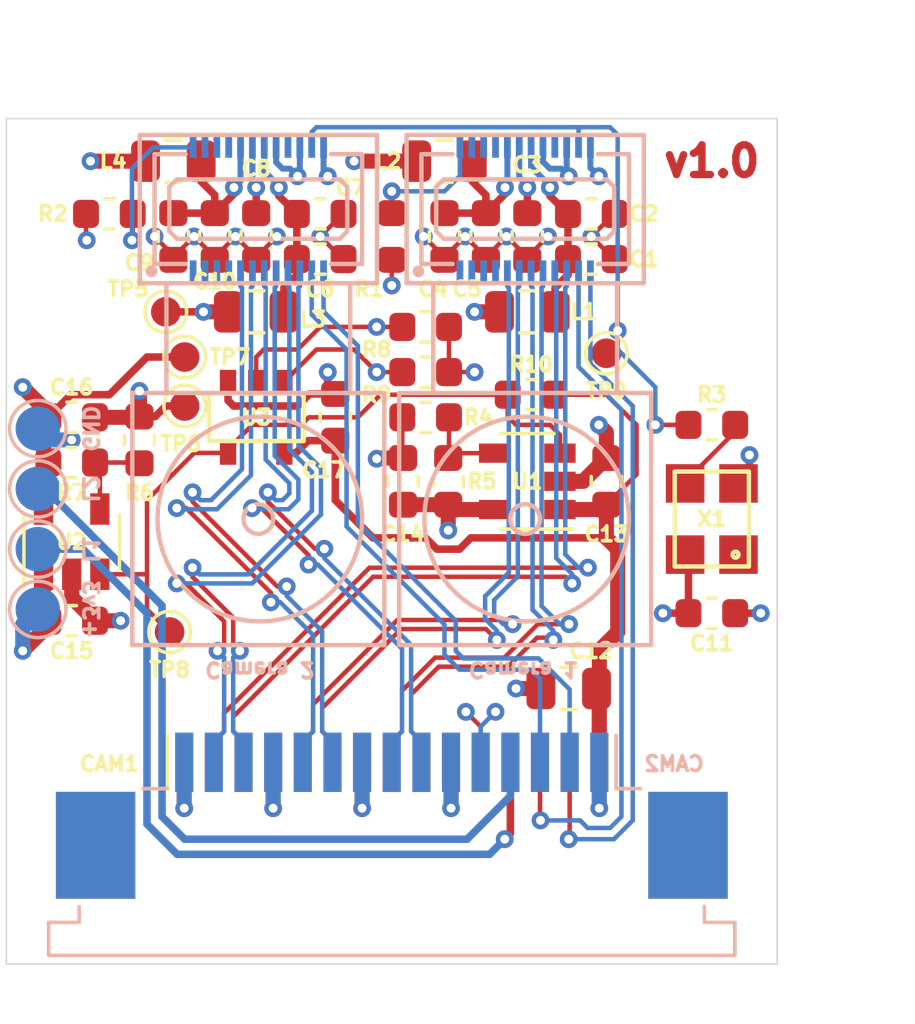
<source format=kicad_pcb>
(kicad_pcb (version 20171130) (host pcbnew 5.1.2-f72e74a~84~ubuntu16.04.1)
  (layers (0 F.Cu signal) (1 In1.Cu signal) (2 In2.Cu signal) (31 B.Cu signal) (34 B.Paste user hide) (35 F.Paste user hide) (36 B.SilkS user) (37 F.SilkS user) (38 B.Mask user hide) (39 F.Mask user hide) (44 Edge.Cuts user))
  (net 0 "")
  (net 1 "Net-(CON11-Pad24)")
  (net 2 "Net-(CON11-Pad23)")
  (net 3 "Net-(CON11-Pad22)")
  (net 4 "Net-(CON11-Pad21)")
  (net 5 "Net-(CON11-Pad16)")
  (net 6 "Net-(CON11-Pad1)")
  (net 7 "Net-(CON11-Pad2)")
  (net 8 "Net-(CON11-Pad3)")
  (net 9 "Net-(CON11-Pad4)")
  (net 10 "Net-(CON12-Pad24)")
  (net 11 "Net-(CON12-Pad23)")
  (net 12 "Net-(CON12-Pad22)")
  (net 13 "Net-(CON12-Pad21)")
  (net 14 "Net-(CON12-Pad16)")
  (net 15 "Net-(CON12-Pad1)")
  (net 16 "Net-(CON12-Pad2)")
  (net 17 "Net-(CON12-Pad3)")
  (net 18 "Net-(CON12-Pad4)")
  (net 19 GND)
  (net 20 "Net-(C1-Pad1)")
  (net 21 +2V8)
  (net 22 "Net-(C4-Pad1)")
  (net 23 /MCLK)
  (net 24 /CAM1_D1_P)
  (net 25 /CAM1_D1_N)
  (net 26 /CAM1_CLK_P)
  (net 27 /CAM1_CLK_N)
  (net 28 /CAM1_D0_P)
  (net 29 /CAM1_D0_N)
  (net 30 /CAM1_SCL)
  (net 31 /CAM1_SDA)
  (net 32 /CAM2_D1_P)
  (net 33 /CAM2_D1_N)
  (net 34 /CAM2_CLK_P)
  (net 35 /CAM2_CLK_N)
  (net 36 /CAM2_D0_P)
  (net 37 /CAM2_D0_N)
  (net 38 /CAM2_SCL)
  (net 39 /CAM2_SDA)
  (net 40 +1V5)
  (net 41 "Net-(C6-Pad1)")
  (net 42 "Net-(C10-Pad1)")
  (net 43 +3V3)
  (net 44 "Net-(X1-Pad1)")
  (net 45 /CAM1_EN)
  (net 46 /CAM1_LED)
  (net 47 /CAM2_EN)
  (net 48 /CAM2_LED)
  (net 49 "Net-(R3-Pad2)")
  (net 50 "Net-(R4-Pad2)")
  (net 51 "Net-(R6-Pad2)")
  (net 52 /EN)
  (module _Symbols:OV5647-Connector (layer B.Cu) (at 145.5 78.600001)
    (fp_text reference REF** hide)
    (fp_text value OV5647-Connector hide)
  )
  (module _Symbols:OV5647-Connector (layer B.Cu) (at 154.5 78.600001)
    (fp_text reference REF** hide)
    (fp_text value OV5647-Connector hide)
  )
  (module _Connectors:DF30FC-24DP-0.4V (layer B.Cu) (at 154.5 78.600001)
    (fp_text reference CON11 hide)
    (fp_text value Conn_02x12_Counter_Clockwise)
    (pad 24 smd rect (at -2.2 -2.08) (size 0.23 0.7) (layers B.Cu B.Paste B.Mask) (net 1 "Net-(CON11-Pad24)"))
    (pad 23 smd rect (at -1.8 -2.08) (size 0.23 0.7) (layers B.Cu B.Paste B.Mask) (net 2 "Net-(CON11-Pad23)"))
    (pad 22 smd rect (at -1.4 -2.08) (size 0.23 0.7) (layers B.Cu B.Paste B.Mask) (net 3 "Net-(CON11-Pad22)"))
    (pad 21 smd rect (at -1 -2.08) (size 0.23 0.7) (layers B.Cu B.Paste B.Mask) (net 4 "Net-(CON11-Pad21)"))
    (pad 20 smd rect (at -0.6 -2.08) (size 0.23 0.7) (layers B.Cu B.Paste B.Mask) (net 22 "Net-(C4-Pad1)"))
    (pad 19 smd rect (at -0.2 -2.08) (size 0.23 0.7) (layers B.Cu B.Paste B.Mask) (net 21 +2V8))
    (pad 18 smd rect (at 0.2 -2.08) (size 0.23 0.7) (layers B.Cu B.Paste B.Mask) (net 20 "Net-(C1-Pad1)"))
    (pad 17 smd rect (at 0.6 -2.08) (size 0.23 0.7) (layers B.Cu B.Paste B.Mask) (net 19 GND))
    (pad 16 smd rect (at 1 -2.08) (size 0.23 0.7) (layers B.Cu B.Paste B.Mask) (net 5 "Net-(CON11-Pad16)"))
    (pad 15 smd rect (at 1.4 -2.08) (size 0.23 0.7) (layers B.Cu B.Paste B.Mask) (net 19 GND))
    (pad 14 smd rect (at 1.8 -2.08) (size 0.23 0.7) (layers B.Cu B.Paste B.Mask) (net 23 /MCLK))
    (pad 1 smd rect (at -2.2 2.08) (size 0.23 0.7) (layers B.Cu B.Paste B.Mask) (net 6 "Net-(CON11-Pad1)"))
    (pad 2 smd rect (at -1.8 2.08) (size 0.23 0.7) (layers B.Cu B.Paste B.Mask) (net 7 "Net-(CON11-Pad2)"))
    (pad 3 smd rect (at -1.4 2.08) (size 0.23 0.7) (layers B.Cu B.Paste B.Mask) (net 8 "Net-(CON11-Pad3)"))
    (pad 4 smd rect (at -1 2.08) (size 0.23 0.7) (layers B.Cu B.Paste B.Mask) (net 9 "Net-(CON11-Pad4)"))
    (pad 5 smd rect (at -0.6 2.08) (size 0.23 0.7) (layers B.Cu B.Paste B.Mask) (net 24 /CAM1_D1_P))
    (pad 6 smd rect (at -0.2 2.08) (size 0.23 0.7) (layers B.Cu B.Paste B.Mask) (net 25 /CAM1_D1_N))
    (pad 7 smd rect (at 0.2 2.08) (size 0.23 0.7) (layers B.Cu B.Paste B.Mask) (net 26 /CAM1_CLK_P))
    (pad 8 smd rect (at 0.6 2.08) (size 0.23 0.7) (layers B.Cu B.Paste B.Mask) (net 27 /CAM1_CLK_N))
    (pad 9 smd rect (at 1 2.08) (size 0.23 0.7) (layers B.Cu B.Paste B.Mask) (net 28 /CAM1_D0_P))
    (pad 10 smd rect (at 1.4 2.08) (size 0.23 0.7) (layers B.Cu B.Paste B.Mask) (net 29 /CAM1_D0_N))
    (pad 11 smd rect (at 1.8 2.08) (size 0.23 0.7) (layers B.Cu B.Paste B.Mask) (net 30 /CAM1_SCL))
    (pad 12 smd rect (at 2.2 2.08) (size 0.23 0.7) (layers B.Cu B.Paste B.Mask) (net 31 /CAM1_SDA))
    (pad 13 smd rect (at 2.2 -2.08) (size 0.23 0.7) (layers B.Cu B.Paste B.Mask) (net 19 GND))
  )
  (module _Connectors:DF30FC-24DP-0.4V (layer B.Cu) (at 145.5 78.600001)
    (fp_text reference CON12 hide)
    (fp_text value Conn_02x12_Counter_Clockwise)
    (pad 24 smd rect (at -2.2 -2.08) (size 0.23 0.7) (layers B.Cu B.Paste B.Mask) (net 10 "Net-(CON12-Pad24)"))
    (pad 23 smd rect (at -1.8 -2.08) (size 0.23 0.7) (layers B.Cu B.Paste B.Mask) (net 11 "Net-(CON12-Pad23)"))
    (pad 22 smd rect (at -1.4 -2.08) (size 0.23 0.7) (layers B.Cu B.Paste B.Mask) (net 12 "Net-(CON12-Pad22)"))
    (pad 21 smd rect (at -1 -2.08) (size 0.23 0.7) (layers B.Cu B.Paste B.Mask) (net 13 "Net-(CON12-Pad21)"))
    (pad 20 smd rect (at -0.6 -2.08) (size 0.23 0.7) (layers B.Cu B.Paste B.Mask) (net 42 "Net-(C10-Pad1)"))
    (pad 19 smd rect (at -0.2 -2.08) (size 0.23 0.7) (layers B.Cu B.Paste B.Mask) (net 21 +2V8))
    (pad 18 smd rect (at 0.2 -2.08) (size 0.23 0.7) (layers B.Cu B.Paste B.Mask) (net 41 "Net-(C6-Pad1)"))
    (pad 17 smd rect (at 0.6 -2.08) (size 0.23 0.7) (layers B.Cu B.Paste B.Mask) (net 19 GND))
    (pad 16 smd rect (at 1 -2.08) (size 0.23 0.7) (layers B.Cu B.Paste B.Mask) (net 14 "Net-(CON12-Pad16)"))
    (pad 15 smd rect (at 1.4 -2.08) (size 0.23 0.7) (layers B.Cu B.Paste B.Mask) (net 19 GND))
    (pad 14 smd rect (at 1.8 -2.08) (size 0.23 0.7) (layers B.Cu B.Paste B.Mask) (net 23 /MCLK))
    (pad 1 smd rect (at -2.2 2.08) (size 0.23 0.7) (layers B.Cu B.Paste B.Mask) (net 15 "Net-(CON12-Pad1)"))
    (pad 2 smd rect (at -1.8 2.08) (size 0.23 0.7) (layers B.Cu B.Paste B.Mask) (net 16 "Net-(CON12-Pad2)"))
    (pad 3 smd rect (at -1.4 2.08) (size 0.23 0.7) (layers B.Cu B.Paste B.Mask) (net 17 "Net-(CON12-Pad3)"))
    (pad 4 smd rect (at -1 2.08) (size 0.23 0.7) (layers B.Cu B.Paste B.Mask) (net 18 "Net-(CON12-Pad4)"))
    (pad 5 smd rect (at -0.6 2.08) (size 0.23 0.7) (layers B.Cu B.Paste B.Mask) (net 32 /CAM2_D1_P))
    (pad 6 smd rect (at -0.2 2.08) (size 0.23 0.7) (layers B.Cu B.Paste B.Mask) (net 33 /CAM2_D1_N))
    (pad 7 smd rect (at 0.2 2.08) (size 0.23 0.7) (layers B.Cu B.Paste B.Mask) (net 34 /CAM2_CLK_P))
    (pad 8 smd rect (at 0.6 2.08) (size 0.23 0.7) (layers B.Cu B.Paste B.Mask) (net 35 /CAM2_CLK_N))
    (pad 9 smd rect (at 1 2.08) (size 0.23 0.7) (layers B.Cu B.Paste B.Mask) (net 36 /CAM2_D0_P))
    (pad 10 smd rect (at 1.4 2.08) (size 0.23 0.7) (layers B.Cu B.Paste B.Mask) (net 37 /CAM2_D0_N))
    (pad 11 smd rect (at 1.8 2.08) (size 0.23 0.7) (layers B.Cu B.Paste B.Mask) (net 38 /CAM2_SCL))
    (pad 12 smd rect (at 2.2 2.08) (size 0.23 0.7) (layers B.Cu B.Paste B.Mask) (net 39 /CAM2_SDA))
    (pad 13 smd rect (at 2.2 -2.08) (size 0.23 0.7) (layers B.Cu B.Paste B.Mask) (net 19 GND))
  )
  (module TestPoint:TestPoint_Pad_D1.0mm (layer F.Cu) (at 157.239 83.462)
    (fp_text reference TP9 (at 0 1.27) (layer F.SilkS) (effects (font (size 0.5 0.5) (thickness 0.125))))
    (fp_text value TestPoint)
    (pad 1 smd circle (at 0 0) (size 1 1) (layers F.Cu F.Mask) (net 23 /MCLK))
  )
  (module TestPoint:TestPoint_Pad_D1.0mm (layer F.Cu) (at 142.507 92.86)
    (fp_text reference TP8 (at 0 1.27) (layer F.SilkS) (effects (font (size 0.5 0.5) (thickness 0.125))))
    (fp_text value TestPoint)
    (pad 1 smd circle (at 0 0) (size 1 1) (layers F.Cu F.Mask) (net 52 /EN))
  )
  (module TestPoint:TestPoint_Pad_D1.0mm (layer F.Cu) (at 143.015 83.589)
    (fp_text reference TP7 (at 1.524 0) (layer F.SilkS) (effects (font (size 0.5 0.5) (thickness 0.125))))
    (fp_text value TestPoint)
    (pad 1 smd circle (at 0 0) (size 1 1) (layers F.Cu F.Mask) (net 40 +1V5))
  )
  (module TestPoint:TestPoint_Pad_D1.0mm (layer F.Cu) (at 143.015 85.24)
    (fp_text reference TP6 (at -0.127 1.27) (layer F.SilkS) (effects (font (size 0.5 0.5) (thickness 0.125))))
    (fp_text value TestPoint)
    (pad 1 smd circle (at 0 0) (size 1 1) (layers F.Cu F.Mask) (net 19 GND))
  )
  (module TestPoint:TestPoint_Pad_D1.0mm (layer F.Cu) (at 142.38 82.065)
    (fp_text reference TP5 (at -1.27 -0.762) (layer F.SilkS) (effects (font (size 0.5 0.5) (thickness 0.125))))
    (fp_text value TestPoint)
    (pad 1 smd circle (at 0 0) (size 1 1) (layers F.Cu F.Mask) (net 21 +2V8))
  )
  (module TestPoint:TestPoint_Pad_D1.5mm (layer B.Cu) (at 138.062 86.002)
    (fp_text reference TP4 hide)
    (fp_text value TestPoint)
    (pad 1 smd circle (at 0 0) (size 1.5 1.5) (layers B.Cu B.Mask) (net 19 GND))
  )
  (module TestPoint:TestPoint_Pad_D1.5mm (layer B.Cu) (at 138.062 92.098)
    (fp_text reference TP3 hide)
    (fp_text value TestPoint)
    (pad 1 smd circle (at 0 0) (size 1.5 1.5) (layers B.Cu B.Mask) (net 43 +3V3))
  )
  (module TestPoint:TestPoint_Pad_D1.5mm (layer B.Cu) (at 138.062 88.034)
    (fp_text reference TP2 hide)
    (fp_text value TestPoint)
    (pad 1 smd circle (at 0 0) (size 1.5 1.5) (layers B.Cu B.Mask) (net 48 /CAM2_LED))
  )
  (module TestPoint:TestPoint_Pad_D1.5mm (layer B.Cu) (at 138.062 90.066)
    (fp_text reference TP1 hide)
    (fp_text value TestPoint)
    (pad 1 smd circle (at 0 0) (size 1.5 1.5) (layers B.Cu B.Mask) (net 46 /CAM1_LED))
  )
  (module Resistor_SMD:R_0603_1608Metric (layer F.Cu) (at 154.699 84.859)
    (fp_text reference R10 (at 0 -1.016) (layer F.SilkS) (effects (font (size 0.5 0.5) (thickness 0.125))))
    (fp_text value 0R)
    (pad 2 smd roundrect (at 0.7875 0) (size 0.875 0.95) (layers F.Cu F.Paste F.Mask) (net 43 +3V3))
    (pad 1 smd roundrect (at -0.7875 0) (size 0.875 0.95) (layers F.Cu F.Paste F.Mask) (net 52 /EN))
  )
  (module _IC:SC-74A (layer F.Cu) (at 145.428 85.621 180)
    (fp_text reference U3 (at 0 0) (layer F.SilkS) (effects (font (size 0.5 0.5) (thickness 0.125))))
    (fp_text value 74xx1G32)
    (pad 5 smd rect (at -0.95 -1.2 180) (size 0.55 0.8) (layers F.Cu F.Paste F.Mask) (net 43 +3V3))
    (pad 4 smd rect (at 0.95 -1.2 180) (size 0.55 0.8) (layers F.Cu F.Paste F.Mask) (net 52 /EN))
    (pad 3 smd rect (at 0.95 1.2 180) (size 0.55 0.8) (layers F.Cu F.Paste F.Mask) (net 19 GND))
    (pad 2 smd rect (at 0 1.2 180) (size 0.55 0.8) (layers F.Cu F.Paste F.Mask) (net 45 /CAM1_EN))
    (pad 1 smd rect (at -0.95 1.2 180) (size 0.55 0.8) (layers F.Cu F.Paste F.Mask) (net 47 /CAM2_EN))
  )
  (module Resistor_SMD:R_0603_1608Metric (layer F.Cu) (at 151.143 84.097 180)
    (fp_text reference R9 (at 1.651 -0.762) (layer F.SilkS) (effects (font (size 0.5 0.5) (thickness 0.125))))
    (fp_text value 10k)
    (pad 2 smd roundrect (at 0.7875 0 180) (size 0.875 0.95) (layers F.Cu F.Paste F.Mask) (net 47 /CAM2_EN))
    (pad 1 smd roundrect (at -0.7875 0 180) (size 0.875 0.95) (layers F.Cu F.Paste F.Mask) (net 19 GND))
  )
  (module Resistor_SMD:R_0603_1608Metric (layer F.Cu) (at 151.143 82.573 180)
    (fp_text reference R8 (at 1.651 -0.762) (layer F.SilkS) (effects (font (size 0.5 0.5) (thickness 0.125))))
    (fp_text value 10k)
    (pad 2 smd roundrect (at 0.7875 0 180) (size 0.875 0.95) (layers F.Cu F.Paste F.Mask) (net 45 /CAM1_EN))
    (pad 1 smd roundrect (at -0.7875 0 180) (size 0.875 0.95) (layers F.Cu F.Paste F.Mask) (net 19 GND))
  )
  (module Capacitor_SMD:C_0603_1608Metric (layer F.Cu) (at 148.095 85.621 90)
    (fp_text reference C17 (at -1.778 -0.381 180) (layer F.SilkS) (effects (font (size 0.5 0.5) (thickness 0.125))))
    (fp_text value 100n)
    (pad 2 smd roundrect (at 0.7875 0 90) (size 0.875 0.95) (layers F.Cu F.Paste F.Mask) (net 19 GND))
    (pad 1 smd roundrect (at -0.7875 0 90) (size 0.875 0.95) (layers F.Cu F.Paste F.Mask) (net 43 +3V3))
  )
  (module Package_TO_SOT_SMD:SOT-23-5 (layer F.Cu) (at 139.205 89.812 90)
    (fp_text reference U2 (at 0 0 180) (layer F.SilkS) (effects (font (size 0.5 0.5) (thickness 0.125))))
    (fp_text value AP2127K)
    (pad 5 smd rect (at 1.1 -0.95 90) (size 1.06 0.65) (layers F.Cu F.Paste F.Mask) (net 40 +1V5))
    (pad 4 smd rect (at 1.1 0.95 90) (size 1.06 0.65) (layers F.Cu F.Paste F.Mask) (net 51 "Net-(R6-Pad2)"))
    (pad 3 smd rect (at -1.1 0.95 90) (size 1.06 0.65) (layers F.Cu F.Paste F.Mask) (net 52 /EN))
    (pad 2 smd rect (at -1.1 0 90) (size 1.06 0.65) (layers F.Cu F.Paste F.Mask) (net 19 GND))
    (pad 1 smd rect (at -1.1 -0.95 90) (size 1.06 0.65) (layers F.Cu F.Paste F.Mask) (net 43 +3V3))
  )
  (module Package_TO_SOT_SMD:SOT-23-5 (layer F.Cu) (at 154.572 87.78 180)
    (fp_text reference U1 (at 0 0) (layer F.SilkS) (effects (font (size 0.5 0.5) (thickness 0.125))))
    (fp_text value AP2127K)
    (pad 5 smd rect (at 1.1 -0.95 180) (size 1.06 0.65) (layers F.Cu F.Paste F.Mask) (net 21 +2V8))
    (pad 4 smd rect (at 1.1 0.95 180) (size 1.06 0.65) (layers F.Cu F.Paste F.Mask) (net 50 "Net-(R4-Pad2)"))
    (pad 3 smd rect (at -1.1 0.95 180) (size 1.06 0.65) (layers F.Cu F.Paste F.Mask) (net 52 /EN))
    (pad 2 smd rect (at -1.1 0 180) (size 1.06 0.65) (layers F.Cu F.Paste F.Mask) (net 19 GND))
    (pad 1 smd rect (at -1.1 -0.95 180) (size 1.06 0.65) (layers F.Cu F.Paste F.Mask) (net 43 +3V3))
  )
  (module Resistor_SMD:R_0603_1608Metric (layer F.Cu) (at 139.205 87.145)
    (fp_text reference R7 (at 0 1.016 180) (layer F.SilkS) (effects (font (size 0.5 0.5) (thickness 0.125))))
    (fp_text value 10k)
    (pad 2 smd roundrect (at 0.7875 0) (size 0.875 0.95) (layers F.Cu F.Paste F.Mask) (net 51 "Net-(R6-Pad2)"))
    (pad 1 smd roundrect (at -0.7875 0) (size 0.875 0.95) (layers F.Cu F.Paste F.Mask) (net 40 +1V5))
  )
  (module Resistor_SMD:R_0603_1608Metric (layer F.Cu) (at 141.491 86.383 270)
    (fp_text reference R6 (at 1.778 0 180) (layer F.SilkS) (effects (font (size 0.5 0.5) (thickness 0.125))))
    (fp_text value 11.3k)
    (pad 2 smd roundrect (at 0.7875 0 270) (size 0.875 0.95) (layers F.Cu F.Paste F.Mask) (net 51 "Net-(R6-Pad2)"))
    (pad 1 smd roundrect (at -0.7875 0 270) (size 0.875 0.95) (layers F.Cu F.Paste F.Mask) (net 19 GND))
  )
  (module Resistor_SMD:R_0603_1608Metric (layer F.Cu) (at 151.905 87.78 90)
    (fp_text reference R5 (at 0 1.143 180) (layer F.SilkS) (effects (font (size 0.5 0.5) (thickness 0.125))))
    (fp_text value 30k)
    (pad 2 smd roundrect (at 0.7875 0 90) (size 0.875 0.95) (layers F.Cu F.Paste F.Mask) (net 50 "Net-(R4-Pad2)"))
    (pad 1 smd roundrect (at -0.7875 0 90) (size 0.875 0.95) (layers F.Cu F.Paste F.Mask) (net 21 +2V8))
  )
  (module Resistor_SMD:R_0603_1608Metric (layer F.Cu) (at 151.143 85.621)
    (fp_text reference R4 (at 1.778 0) (layer F.SilkS) (effects (font (size 0.5 0.5) (thickness 0.125))))
    (fp_text value 12k)
    (pad 2 smd roundrect (at 0.7875 0) (size 0.875 0.95) (layers F.Cu F.Paste F.Mask) (net 50 "Net-(R4-Pad2)"))
    (pad 1 smd roundrect (at -0.7875 0) (size 0.875 0.95) (layers F.Cu F.Paste F.Mask) (net 19 GND))
  )
  (module Capacitor_SMD:C_0603_1608Metric (layer F.Cu) (at 139.205 85.621)
    (fp_text reference C16 (at 0 -1.016) (layer F.SilkS) (effects (font (size 0.5 0.5) (thickness 0.125))))
    (fp_text value 1u)
    (pad 2 smd roundrect (at 0.7875 0) (size 0.875 0.95) (layers F.Cu F.Paste F.Mask) (net 19 GND))
    (pad 1 smd roundrect (at -0.7875 0) (size 0.875 0.95) (layers F.Cu F.Paste F.Mask) (net 40 +1V5))
  )
  (module Capacitor_SMD:C_0603_1608Metric (layer F.Cu) (at 139.205 92.479)
    (fp_text reference C15 (at 0 1.016) (layer F.SilkS) (effects (font (size 0.5 0.5) (thickness 0.125))))
    (fp_text value 1u)
    (pad 2 smd roundrect (at 0.7875 0) (size 0.875 0.95) (layers F.Cu F.Paste F.Mask) (net 19 GND))
    (pad 1 smd roundrect (at -0.7875 0) (size 0.875 0.95) (layers F.Cu F.Paste F.Mask) (net 43 +3V3))
  )
  (module Capacitor_SMD:C_0603_1608Metric (layer F.Cu) (at 150.381 87.78 90)
    (fp_text reference C14 (at -1.778 0 180) (layer F.SilkS) (effects (font (size 0.5 0.5) (thickness 0.125))))
    (fp_text value 1u)
    (pad 2 smd roundrect (at 0.7875 0 90) (size 0.875 0.95) (layers F.Cu F.Paste F.Mask) (net 19 GND))
    (pad 1 smd roundrect (at -0.7875 0 90) (size 0.875 0.95) (layers F.Cu F.Paste F.Mask) (net 21 +2V8))
  )
  (module Capacitor_SMD:C_0603_1608Metric (layer F.Cu) (at 157.239 87.78 90)
    (fp_text reference C13 (at -1.778 0 180) (layer F.SilkS) (effects (font (size 0.5 0.5) (thickness 0.125))))
    (fp_text value 1u)
    (pad 2 smd roundrect (at 0.7875 0 90) (size 0.875 0.95) (layers F.Cu F.Paste F.Mask) (net 19 GND))
    (pad 1 smd roundrect (at -0.7875 0 90) (size 0.875 0.95) (layers F.Cu F.Paste F.Mask) (net 43 +3V3))
  )
  (module Capacitor_SMD:C_0805_2012Metric (layer F.Cu) (at 155.969 94.765 180)
    (fp_text reference C12 (at -0.762 1.27) (layer F.SilkS) (effects (font (size 0.5 0.5) (thickness 0.125))))
    (fp_text value 4.7u)
    (pad 2 smd roundrect (at 0.9375 0 180) (size 0.975 1.4) (layers F.Cu F.Paste F.Mask) (net 19 GND))
    (pad 1 smd roundrect (at -0.9375 0 180) (size 0.975 1.4) (layers F.Cu F.Paste F.Mask) (net 43 +3V3))
  )
  (module Resistor_SMD:R_0603_1608Metric (layer F.Cu) (at 160.795 85.875)
    (fp_text reference R3 (at 0 -1.016) (layer F.SilkS) (effects (font (size 0.5 0.5) (thickness 0.125))))
    (fp_text value 100R)
    (pad 2 smd roundrect (at 0.7875 0) (size 0.875 0.95) (layers F.Cu F.Paste F.Mask) (net 49 "Net-(R3-Pad2)"))
    (pad 1 smd roundrect (at -0.7875 0) (size 0.875 0.95) (layers F.Cu F.Paste F.Mask) (net 23 /MCLK))
  )
  (module Capacitor_SMD:C_0603_1608Metric (layer F.Cu) (at 160.795 92.225)
    (fp_text reference C11 (at 0 1.016) (layer F.SilkS) (effects (font (size 0.5 0.5) (thickness 0.125))))
    (fp_text value 10n)
    (pad 2 smd roundrect (at 0.7875 0) (size 0.875 0.95) (layers F.Cu F.Paste F.Mask) (net 19 GND))
    (pad 1 smd roundrect (at -0.7875 0) (size 0.875 0.95) (layers F.Cu F.Paste F.Mask) (net 21 +2V8))
  )
  (module _Crystals:CFPS-39 (layer F.Cu) (at 160.795 89.05 180)
    (fp_text reference X1 (at 0 0) (layer F.SilkS) (effects (font (size 0.5 0.5) (thickness 0.125))))
    (fp_text value 25MHz hide)
    (pad 1 smd rect (at -0.9 -1.2 90) (size 1.3 1.3) (layers F.Cu F.Paste F.Mask) (net 44 "Net-(X1-Pad1)"))
    (pad 2 smd rect (at -0.9 1.2 90) (size 1.3 1.3) (layers F.Cu F.Paste F.Mask) (net 19 GND))
    (pad 3 smd rect (at 0.9 1.2 90) (size 1.3 1.3) (layers F.Cu F.Paste F.Mask) (net 49 "Net-(R3-Pad2)"))
    (pad 4 smd rect (at 0.9 -1.2 90) (size 1.3 1.3) (layers F.Cu F.Paste F.Mask) (net 21 +2V8))
  )
  (module MountingHole:MountingHole_2.2mm_M2 (layer F.Cu) (at 139.5 82.55)
    (fp_text reference REF** hide)
    (fp_text value MountingHole_2.2mm_M2 hide)
    (pad 1 np_thru_hole circle (at 0 0) (size 2.2 2.2) (drill 2.2) (layers *.Cu *.Mask))
  )
  (module MountingHole:MountingHole_2.2mm_M2 (layer F.Cu) (at 160.5 82.55)
    (fp_text reference REF** hide)
    (fp_text value MountingHole_2.2mm_M2 hide)
    (pad 1 np_thru_hole circle (at 0 0) (size 2.2 2.2) (drill 2.2) (layers *.Cu *.Mask))
  )
  (module MountingHole:MountingHole_2.2mm_M2 (layer F.Cu) (at 160.5 95.55)
    (fp_text reference REF** hide)
    (fp_text value MountingHole_2.2mm_M2 hide)
    (pad 1 np_thru_hole circle (at 0 0) (size 2.2 2.2) (drill 2.2) (layers *.Cu *.Mask))
  )
  (module MountingHole:MountingHole_2.2mm_M2 (layer F.Cu) (at 139.5 95.55)
    (fp_text reference REF** hide)
    (fp_text value MountingHole_2.2mm_M2 hide)
    (pad 1 np_thru_hole circle (at 0 0) (size 2.2 2.2) (drill 2.2) (layers *.Cu *.Mask))
  )
  (module Resistor_SMD:R_0603_1608Metric (layer F.Cu) (at 140.475 78.763)
    (fp_text reference R2 (at -1.905 0) (layer F.SilkS) (effects (font (size 0.5 0.5) (thickness 0.125))))
    (fp_text value 10k)
    (pad 2 smd roundrect (at 0.7875 0) (size 0.875 0.95) (layers F.Cu F.Paste F.Mask) (net 10 "Net-(CON12-Pad24)"))
    (pad 1 smd roundrect (at -0.7875 0) (size 0.875 0.95) (layers F.Cu F.Paste F.Mask) (net 19 GND))
  )
  (module Inductor_SMD:L_0805_2012Metric (layer F.Cu) (at 142.634 76.985)
    (fp_text reference L4 (at -2.032 0 180) (layer F.SilkS) (effects (font (size 0.5 0.5) (thickness 0.125))))
    (fp_text value Bead)
    (pad 2 smd roundrect (at 0.9375 0) (size 0.975 1.4) (layers F.Cu F.Paste F.Mask) (net 42 "Net-(C10-Pad1)"))
    (pad 1 smd roundrect (at -0.9375 0) (size 0.975 1.4) (layers F.Cu F.Paste F.Mask) (net 40 +1V5))
  )
  (module Inductor_SMD:L_0805_2012Metric (layer F.Cu) (at 145.428 82.065)
    (fp_text reference L3 (at 1.905 0.254) (layer F.SilkS) (effects (font (size 0.5 0.5) (thickness 0.125))))
    (fp_text value Bead)
    (pad 2 smd roundrect (at 0.9375 0) (size 0.975 1.4) (layers F.Cu F.Paste F.Mask) (net 41 "Net-(C6-Pad1)"))
    (pad 1 smd roundrect (at -0.9375 0) (size 0.975 1.4) (layers F.Cu F.Paste F.Mask) (net 21 +2V8))
  )
  (module Capacitor_SMD:C_0603_1608Metric (layer F.Cu) (at 144.031 79.525 270)
    (fp_text reference C10 (at 1.524 0 180) (layer F.SilkS) (effects (font (size 0.5 0.5) (thickness 0.125))))
    (fp_text value 10n)
    (pad 2 smd roundrect (at 0.7875 0 270) (size 0.875 0.95) (layers F.Cu F.Paste F.Mask) (net 19 GND))
    (pad 1 smd roundrect (at -0.7875 0 270) (size 0.875 0.95) (layers F.Cu F.Paste F.Mask) (net 42 "Net-(C10-Pad1)"))
  )
  (module Capacitor_SMD:C_0603_1608Metric (layer F.Cu) (at 142.634 79.525 270)
    (fp_text reference C9 (at 0.889 1.143 180) (layer F.SilkS) (effects (font (size 0.5 0.5) (thickness 0.125))))
    (fp_text value 1n)
    (pad 2 smd roundrect (at 0.7875 0 270) (size 0.875 0.95) (layers F.Cu F.Paste F.Mask) (net 19 GND))
    (pad 1 smd roundrect (at -0.7875 0 270) (size 0.875 0.95) (layers F.Cu F.Paste F.Mask) (net 42 "Net-(C10-Pad1)"))
  )
  (module Capacitor_SMD:C_0603_1608Metric (layer F.Cu) (at 145.428 79.525 270)
    (fp_text reference C8 (at -2.286 0 180) (layer F.SilkS) (effects (font (size 0.5 0.5) (thickness 0.125))))
    (fp_text value 10n)
    (pad 2 smd roundrect (at 0.7875 0 270) (size 0.875 0.95) (layers F.Cu F.Paste F.Mask) (net 19 GND))
    (pad 1 smd roundrect (at -0.7875 0 270) (size 0.875 0.95) (layers F.Cu F.Paste F.Mask) (net 21 +2V8))
  )
  (module Capacitor_SMD:C_0603_1608Metric (layer F.Cu) (at 147.587 78.763)
    (fp_text reference C7 (at 1.016 -0.889) (layer F.SilkS) (effects (font (size 0.5 0.5) (thickness 0.125))))
    (fp_text value 10n)
    (pad 2 smd roundrect (at 0.7875 0) (size 0.875 0.95) (layers F.Cu F.Paste F.Mask) (net 19 GND))
    (pad 1 smd roundrect (at -0.7875 0) (size 0.875 0.95) (layers F.Cu F.Paste F.Mask) (net 41 "Net-(C6-Pad1)"))
  )
  (module Capacitor_SMD:C_0603_1608Metric (layer F.Cu) (at 147.587 80.287)
    (fp_text reference C6 (at 0 1.016) (layer F.SilkS) (effects (font (size 0.5 0.5) (thickness 0.125))))
    (fp_text value 1n)
    (pad 2 smd roundrect (at 0.7875 0) (size 0.875 0.95) (layers F.Cu F.Paste F.Mask) (net 19 GND))
    (pad 1 smd roundrect (at -0.7875 0) (size 0.875 0.95) (layers F.Cu F.Paste F.Mask) (net 41 "Net-(C6-Pad1)"))
  )
  (module Resistor_SMD:R_0603_1608Metric (layer F.Cu) (at 150 79.525 90)
    (fp_text reference R1 (at -1.778 -0.762 180) (layer F.SilkS) (effects (font (size 0.5 0.5) (thickness 0.125))))
    (fp_text value 10k)
    (pad 2 smd roundrect (at 0.7875 0 90) (size 0.875 0.95) (layers F.Cu F.Paste F.Mask) (net 1 "Net-(CON11-Pad24)"))
    (pad 1 smd roundrect (at -0.7875 0 90) (size 0.875 0.95) (layers F.Cu F.Paste F.Mask) (net 19 GND))
  )
  (module Inductor_SMD:L_0805_2012Metric (layer F.Cu) (at 151.778 76.985)
    (fp_text reference L2 (at -1.905 0) (layer F.SilkS) (effects (font (size 0.5 0.5) (thickness 0.125))))
    (fp_text value Bead)
    (pad 2 smd roundrect (at 0.9375 0) (size 0.975 1.4) (layers F.Cu F.Paste F.Mask) (net 22 "Net-(C4-Pad1)"))
    (pad 1 smd roundrect (at -0.9375 0) (size 0.975 1.4) (layers F.Cu F.Paste F.Mask) (net 40 +1V5))
  )
  (module Inductor_SMD:L_0805_2012Metric (layer F.Cu) (at 154.572 82.065)
    (fp_text reference L1 (at 1.905 0) (layer F.SilkS) (effects (font (size 0.5 0.5) (thickness 0.125))))
    (fp_text value Bead)
    (pad 2 smd roundrect (at 0.9375 0) (size 0.975 1.4) (layers F.Cu F.Paste F.Mask) (net 20 "Net-(C1-Pad1)"))
    (pad 1 smd roundrect (at -0.9375 0) (size 0.975 1.4) (layers F.Cu F.Paste F.Mask) (net 21 +2V8))
  )
  (module Capacitor_SMD:C_0603_1608Metric (layer F.Cu) (at 153.175 79.525 270)
    (fp_text reference C5 (at 1.778 0.635 180) (layer F.SilkS) (effects (font (size 0.5 0.5) (thickness 0.125))))
    (fp_text value 10n)
    (pad 2 smd roundrect (at 0.7875 0 270) (size 0.875 0.95) (layers F.Cu F.Paste F.Mask) (net 19 GND))
    (pad 1 smd roundrect (at -0.7875 0 270) (size 0.875 0.95) (layers F.Cu F.Paste F.Mask) (net 22 "Net-(C4-Pad1)"))
  )
  (module Capacitor_SMD:C_0603_1608Metric (layer F.Cu) (at 151.778 79.525 270)
    (fp_text reference C4 (at 1.778 0.381 180) (layer F.SilkS) (effects (font (size 0.5 0.5) (thickness 0.125))))
    (fp_text value 1n)
    (pad 2 smd roundrect (at 0.7875 0 270) (size 0.875 0.95) (layers F.Cu F.Paste F.Mask) (net 19 GND))
    (pad 1 smd roundrect (at -0.7875 0 270) (size 0.875 0.95) (layers F.Cu F.Paste F.Mask) (net 22 "Net-(C4-Pad1)"))
  )
  (module Capacitor_SMD:C_0603_1608Metric (layer F.Cu) (at 154.572 79.525 270)
    (fp_text reference C3 (at -2.413 0 180) (layer F.SilkS) (effects (font (size 0.5 0.5) (thickness 0.125))))
    (fp_text value 10n)
    (pad 2 smd roundrect (at 0.7875 0 270) (size 0.875 0.95) (layers F.Cu F.Paste F.Mask) (net 19 GND))
    (pad 1 smd roundrect (at -0.7875 0 270) (size 0.875 0.95) (layers F.Cu F.Paste F.Mask) (net 21 +2V8))
  )
  (module Capacitor_SMD:C_0603_1608Metric (layer F.Cu) (at 156.731 78.763)
    (fp_text reference C2 (at 1.778 0) (layer F.SilkS) (effects (font (size 0.5 0.5) (thickness 0.125))))
    (fp_text value 10n)
    (pad 2 smd roundrect (at 0.7875 0) (size 0.875 0.95) (layers F.Cu F.Paste F.Mask) (net 19 GND))
    (pad 1 smd roundrect (at -0.7875 0) (size 0.875 0.95) (layers F.Cu F.Paste F.Mask) (net 20 "Net-(C1-Pad1)"))
  )
  (module Capacitor_SMD:C_0603_1608Metric (layer F.Cu) (at 156.731 80.287)
    (fp_text reference C1 (at 1.778 0) (layer F.SilkS) (effects (font (size 0.5 0.5) (thickness 0.125))))
    (fp_text value 1n)
    (pad 2 smd roundrect (at 0.7875 0) (size 0.875 0.95) (layers F.Cu F.Paste F.Mask) (net 19 GND))
    (pad 1 smd roundrect (at -0.7875 0) (size 0.875 0.95) (layers F.Cu F.Paste F.Mask) (net 20 "Net-(C1-Pad1)"))
  )
  (module Connector_FFC-FPC:TE_1-84952-5_1x15-1MP_P1.0mm_Horizontal (layer B.Cu) (at 150 99.05 180)
    (fp_text reference CON2 hide)
    (fp_text value Conn_01x15)
    (pad MP smd rect (at 9.99 -1 180) (size 2.68 3.6) (layers B.Cu B.Paste B.Mask))
    (pad MP smd rect (at -9.99 -1 180) (size 2.68 3.6) (layers B.Cu B.Paste B.Mask))
    (pad 15 smd rect (at 7 1.8 180) (size 0.61 2) (layers B.Cu B.Paste B.Mask) (net 19 GND))
    (pad 14 smd rect (at 6 1.8 180) (size 0.61 2) (layers B.Cu B.Paste B.Mask) (net 37 /CAM2_D0_N))
    (pad 13 smd rect (at 5 1.8 180) (size 0.61 2) (layers B.Cu B.Paste B.Mask) (net 36 /CAM2_D0_P))
    (pad 12 smd rect (at 4 1.8 180) (size 0.61 2) (layers B.Cu B.Paste B.Mask) (net 19 GND))
    (pad 11 smd rect (at 3 1.8 180) (size 0.61 2) (layers B.Cu B.Paste B.Mask) (net 33 /CAM2_D1_N))
    (pad 10 smd rect (at 2 1.8 180) (size 0.61 2) (layers B.Cu B.Paste B.Mask) (net 32 /CAM2_D1_P))
    (pad 9 smd rect (at 1 1.8 180) (size 0.61 2) (layers B.Cu B.Paste B.Mask) (net 19 GND))
    (pad 8 smd rect (at 0 1.8 180) (size 0.61 2) (layers B.Cu B.Paste B.Mask) (net 35 /CAM2_CLK_N))
    (pad 7 smd rect (at -1 1.8 180) (size 0.61 2) (layers B.Cu B.Paste B.Mask) (net 34 /CAM2_CLK_P))
    (pad 6 smd rect (at -2 1.8 180) (size 0.61 2) (layers B.Cu B.Paste B.Mask) (net 19 GND))
    (pad 5 smd rect (at -3 1.8 180) (size 0.61 2) (layers B.Cu B.Paste B.Mask) (net 47 /CAM2_EN))
    (pad 4 smd rect (at -4 1.8 180) (size 0.61 2) (layers B.Cu B.Paste B.Mask) (net 48 /CAM2_LED))
    (pad 3 smd rect (at -5 1.8 180) (size 0.61 2) (layers B.Cu B.Paste B.Mask) (net 38 /CAM2_SCL))
    (pad 2 smd rect (at -6 1.8 180) (size 0.61 2) (layers B.Cu B.Paste B.Mask) (net 39 /CAM2_SDA))
    (pad 1 smd rect (at -7 1.8 180) (size 0.61 2) (layers B.Cu B.Paste B.Mask) (net 43 +3V3))
  )
  (module Connector_FFC-FPC:TE_1-84952-5_1x15-1MP_P1.0mm_Horizontal (layer F.Cu) (at 150 99.05)
    (fp_text reference CON1 hide)
    (fp_text value Conn_01x15)
    (pad 1 smd rect (at -7 -1.8) (size 0.61 2) (layers F.Cu F.Paste F.Mask) (net 19 GND))
    (pad 2 smd rect (at -6 -1.8) (size 0.61 2) (layers F.Cu F.Paste F.Mask) (net 29 /CAM1_D0_N))
    (pad 3 smd rect (at -5 -1.8) (size 0.61 2) (layers F.Cu F.Paste F.Mask) (net 28 /CAM1_D0_P))
    (pad 4 smd rect (at -4 -1.8) (size 0.61 2) (layers F.Cu F.Paste F.Mask) (net 19 GND))
    (pad 5 smd rect (at -3 -1.8) (size 0.61 2) (layers F.Cu F.Paste F.Mask) (net 25 /CAM1_D1_N))
    (pad 6 smd rect (at -2 -1.8) (size 0.61 2) (layers F.Cu F.Paste F.Mask) (net 24 /CAM1_D1_P))
    (pad 7 smd rect (at -1 -1.8) (size 0.61 2) (layers F.Cu F.Paste F.Mask) (net 19 GND))
    (pad 8 smd rect (at 0 -1.8) (size 0.61 2) (layers F.Cu F.Paste F.Mask) (net 27 /CAM1_CLK_N))
    (pad 9 smd rect (at 1 -1.8) (size 0.61 2) (layers F.Cu F.Paste F.Mask) (net 26 /CAM1_CLK_P))
    (pad 10 smd rect (at 2 -1.8) (size 0.61 2) (layers F.Cu F.Paste F.Mask) (net 19 GND))
    (pad 11 smd rect (at 3 -1.8) (size 0.61 2) (layers F.Cu F.Paste F.Mask) (net 45 /CAM1_EN))
    (pad 12 smd rect (at 4 -1.8) (size 0.61 2) (layers F.Cu F.Paste F.Mask) (net 46 /CAM1_LED))
    (pad 13 smd rect (at 5 -1.8) (size 0.61 2) (layers F.Cu F.Paste F.Mask) (net 30 /CAM1_SCL))
    (pad 14 smd rect (at 6 -1.8) (size 0.61 2) (layers F.Cu F.Paste F.Mask) (net 31 /CAM1_SDA))
    (pad 15 smd rect (at 7 -1.8) (size 0.61 2) (layers F.Cu F.Paste F.Mask) (net 43 +3V3))
    (pad MP smd rect (at -9.99 1) (size 2.68 3.6) (layers F.Cu F.Paste F.Mask))
    (pad MP smd rect (at 9.99 1) (size 2.68 3.6) (layers F.Cu F.Paste F.Mask))
  )
  (gr_text CAM1 (at 140.475 97.305) (layer F.SilkS) (effects (font (size 0.5 0.5) (thickness 0.125))))
  (gr_text CAM2 (at 159.525 97.305) (layer B.SilkS) (effects (font (size 0.5 0.5) (thickness 0.125)) (justify mirror)))
  (gr_text "Camera 1" (at 154.445 94.13 180) (layer B.SilkS) (effects (font (size 0.5 0.5) (thickness 0.125)) (justify mirror)))
  (gr_text "Camera 2" (at 145.555 94.13 180) (layer B.SilkS) (effects (font (size 0.5 0.5) (thickness 0.125)) (justify mirror)))
  (gr_text L1 (at 139.84 90.066 270) (layer B.SilkS) (effects (font (size 0.5 0.5) (thickness 0.125)) (justify mirror)))
  (gr_text L2 (at 139.84 88.034 270) (layer B.SilkS) (effects (font (size 0.5 0.5) (thickness 0.125)) (justify mirror)))
  (gr_text +3v3 (at 139.84 92.098 270) (layer B.SilkS) (effects (font (size 0.5 0.5) (thickness 0.125)) (justify mirror)))
  (gr_text GND (at 139.84 86.002 270) (layer B.SilkS) (effects (font (size 0.5 0.5) (thickness 0.125)) (justify mirror)))
  (gr_text v1.0 (at 160.795 76.985) (layer F.Cu) (effects (font (size 1 1) (thickness 0.25))))
  (gr_line (start 163 104.05) (end 163 75.55) (layer Edge.Cuts) (width 0.05))
  (gr_line (start 137 104.05) (end 163 104.05) (layer Edge.Cuts) (width 0.05))
  (gr_line (start 137 75.55) (end 137 104.05) (layer Edge.Cuts) (width 0.05))
  (gr_line (start 163 75.55) (end 137 75.55) (layer Edge.Cuts) (width 0.05))
  (via (at 150 78.001) (size 0.6) (drill 0.3) (layers F.Cu B.Cu) (net 1))
  (segment (start 150 78.7375) (end 150 78.001) (width 0.1524) (layer F.Cu) (net 1))
  (segment (start 152.3 76.520001) (end 152.3 77.479) (width 0.1524) (layer B.Cu) (net 1))
  (segment (start 151.778 78.001) (end 150 78.001) (width 0.1524) (layer B.Cu) (net 1))
  (segment (start 152.3 77.479) (end 151.778 78.001) (width 0.1524) (layer B.Cu) (net 1))
  (via (at 141.237 79.652) (size 0.6) (drill 0.3) (layers F.Cu B.Cu) (net 10))
  (segment (start 141.2625 79.6265) (end 141.237 79.652) (width 0.1524) (layer F.Cu) (net 10))
  (segment (start 141.2625 78.763) (end 141.2625 79.6265) (width 0.1524) (layer F.Cu) (net 10))
  (segment (start 141.237 77.239) (end 141.955999 76.520001) (width 0.1524) (layer B.Cu) (net 10))
  (segment (start 141.955999 76.520001) (end 143.3 76.520001) (width 0.1524) (layer B.Cu) (net 10))
  (segment (start 141.237 79.652) (end 141.237 77.239) (width 0.1524) (layer B.Cu) (net 10))
  (via (at 143.3325 79.525) (size 0.6) (drill 0.3) (layers F.Cu B.Cu) (net 19))
  (via (at 144.7295 79.525) (size 0.6) (drill 0.3) (layers F.Cu B.Cu) (net 19))
  (via (at 152.4765 79.525) (size 0.6) (drill 0.3) (layers F.Cu B.Cu) (net 19))
  (via (at 153.8735 79.525) (size 0.6) (drill 0.3) (layers F.Cu B.Cu) (net 19))
  (segment (start 142.634 80.2235) (end 143.3325 79.525) (width 0.1524) (layer F.Cu) (net 19))
  (segment (start 142.634 80.3125) (end 142.634 80.2235) (width 0.1524) (layer F.Cu) (net 19))
  (segment (start 144.031 80.2235) (end 143.3325 79.525) (width 0.1524) (layer F.Cu) (net 19))
  (segment (start 144.031 80.3125) (end 144.031 80.2235) (width 0.1524) (layer F.Cu) (net 19))
  (segment (start 144.031 80.2235) (end 144.7295 79.525) (width 0.1524) (layer F.Cu) (net 19))
  (segment (start 145.428 80.2235) (end 144.7295 79.525) (width 0.1524) (layer F.Cu) (net 19))
  (segment (start 145.428 80.3125) (end 145.428 80.2235) (width 0.1524) (layer F.Cu) (net 19))
  (segment (start 151.778 80.2235) (end 152.4765 79.525) (width 0.1524) (layer F.Cu) (net 19))
  (segment (start 151.778 80.3125) (end 151.778 80.2235) (width 0.1524) (layer F.Cu) (net 19))
  (segment (start 153.175 80.2235) (end 152.4765 79.525) (width 0.1524) (layer F.Cu) (net 19))
  (segment (start 153.175 80.3125) (end 153.175 80.2235) (width 0.1524) (layer F.Cu) (net 19))
  (segment (start 153.175 80.2235) (end 153.8735 79.525) (width 0.1524) (layer F.Cu) (net 19))
  (segment (start 154.572 80.2235) (end 153.8735 79.525) (width 0.1524) (layer F.Cu) (net 19))
  (segment (start 154.572 80.3125) (end 154.572 80.2235) (width 0.1524) (layer F.Cu) (net 19))
  (segment (start 152 97.25) (end 152 98.8) (width 0.508) (layer B.Cu) (net 19))
  (via (at 152 98.8) (size 0.6) (drill 0.3) (layers F.Cu B.Cu) (net 19))
  (segment (start 149 97.25) (end 149 98.8) (width 0.508) (layer B.Cu) (net 19))
  (via (at 149 98.8) (size 0.6) (drill 0.3) (layers F.Cu B.Cu) (net 19))
  (segment (start 146 97.25) (end 146 98.8) (width 0.508) (layer B.Cu) (net 19))
  (via (at 146 98.8) (size 0.6) (drill 0.3) (layers F.Cu B.Cu) (net 19))
  (segment (start 143 97.25) (end 143 98.8) (width 0.508) (layer B.Cu) (net 19))
  (via (at 143 98.8) (size 0.6) (drill 0.3) (layers F.Cu B.Cu) (net 19))
  (segment (start 152 97.25) (end 152 98.8) (width 0.508) (layer F.Cu) (net 19))
  (segment (start 149 97.25) (end 149 98.8) (width 0.508) (layer F.Cu) (net 19))
  (segment (start 146 97.25) (end 146 98.8) (width 0.508) (layer F.Cu) (net 19))
  (segment (start 143 97.25) (end 143 98.8) (width 0.508) (layer F.Cu) (net 19))
  (via (at 162.065 86.891) (size 0.6) (drill 0.3) (layers F.Cu B.Cu) (net 19))
  (segment (start 162.065 87.48) (end 161.695 87.85) (width 0.254) (layer F.Cu) (net 19))
  (segment (start 162.065 86.891) (end 162.065 87.48) (width 0.254) (layer F.Cu) (net 19))
  (via (at 140.856 92.479) (size 0.6) (drill 0.3) (layers F.Cu B.Cu) (net 19))
  (segment (start 139.9925 92.479) (end 140.856 92.479) (width 0.508) (layer F.Cu) (net 19))
  (via (at 162.446 92.225) (size 0.6) (drill 0.3) (layers F.Cu B.Cu) (net 19))
  (segment (start 161.5825 92.225) (end 162.446 92.225) (width 0.254) (layer F.Cu) (net 19))
  (segment (start 139.205 91.6915) (end 139.9925 92.479) (width 0.508) (layer F.Cu) (net 19))
  (segment (start 139.205 90.912) (end 139.205 91.6915) (width 0.508) (layer F.Cu) (net 19))
  (via (at 141.491 84.732) (size 0.6) (drill 0.3) (layers F.Cu B.Cu) (net 19))
  (segment (start 141.491 85.5955) (end 141.491 84.732) (width 0.508) (layer F.Cu) (net 19))
  (segment (start 141.4655 85.621) (end 141.491 85.5955) (width 0.508) (layer F.Cu) (net 19))
  (segment (start 139.9925 85.621) (end 141.4655 85.621) (width 0.508) (layer F.Cu) (net 19))
  (via (at 146.825 77.493) (size 0.6) (drill 0.3) (layers F.Cu B.Cu) (net 19))
  (via (at 147.841 77.493) (size 0.6) (drill 0.3) (layers F.Cu B.Cu) (net 19))
  (segment (start 146.825 77.493) (end 146.638999 77.493) (width 0.2032) (layer B.Cu) (net 19))
  (segment (start 146.9 77.418) (end 146.825 77.493) (width 0.2032) (layer B.Cu) (net 19))
  (segment (start 146.9 76.520001) (end 146.9 77.418) (width 0.2032) (layer B.Cu) (net 19))
  (segment (start 147.7 77.352) (end 147.841 77.493) (width 0.2032) (layer B.Cu) (net 19))
  (segment (start 147.7 76.520001) (end 147.7 77.352) (width 0.2032) (layer B.Cu) (net 19))
  (via (at 155.969 77.493) (size 0.6) (drill 0.3) (layers F.Cu B.Cu) (net 19))
  (segment (start 155.9 77.424) (end 155.969 77.493) (width 0.2032) (layer B.Cu) (net 19))
  (segment (start 155.9 76.520001) (end 155.9 77.424) (width 0.2032) (layer B.Cu) (net 19))
  (segment (start 155.1 76.520001) (end 155.1 77.005) (width 0.2032) (layer B.Cu) (net 19))
  (segment (start 155.1 77.005) (end 155.334 77.239) (width 0.2032) (layer B.Cu) (net 19))
  (segment (start 155.715 77.239) (end 155.969 77.493) (width 0.2032) (layer B.Cu) (net 19))
  (segment (start 155.334 77.239) (end 155.715 77.239) (width 0.2032) (layer B.Cu) (net 19))
  (segment (start 146.1 76.520001) (end 146.1 77.022) (width 0.2032) (layer B.Cu) (net 19))
  (segment (start 146.1 77.022) (end 146.317 77.239) (width 0.2032) (layer B.Cu) (net 19))
  (segment (start 146.571 77.239) (end 146.825 77.493) (width 0.2032) (layer B.Cu) (net 19))
  (segment (start 146.317 77.239) (end 146.571 77.239) (width 0.2032) (layer B.Cu) (net 19))
  (via (at 154.191 94.765) (size 0.6) (drill 0.3) (layers F.Cu B.Cu) (net 19))
  (segment (start 155.0315 94.765) (end 154.191 94.765) (width 0.508) (layer F.Cu) (net 19))
  (via (at 156.985 85.875) (size 0.6) (drill 0.3) (layers F.Cu B.Cu) (net 19))
  (segment (start 157.239 86.129) (end 156.985 85.875) (width 0.508) (layer F.Cu) (net 19))
  (segment (start 157.239 86.9925) (end 157.239 86.129) (width 0.508) (layer F.Cu) (net 19))
  (segment (start 156.4515 87.78) (end 157.239 86.9925) (width 0.508) (layer F.Cu) (net 19))
  (segment (start 155.672 87.78) (end 156.4515 87.78) (width 0.508) (layer F.Cu) (net 19))
  (segment (start 150.3555 86.967) (end 150.381 86.9925) (width 0.1524) (layer F.Cu) (net 19))
  (segment (start 150.3555 85.621) (end 150.3555 86.967) (width 0.1524) (layer F.Cu) (net 19))
  (segment (start 157.5185 78.763) (end 157.493 78.763) (width 0.1524) (layer F.Cu) (net 19))
  (via (at 156.731 79.525) (size 0.6) (drill 0.3) (layers F.Cu B.Cu) (net 19))
  (segment (start 157.493 78.763) (end 156.731 79.525) (width 0.1524) (layer F.Cu) (net 19))
  (segment (start 157.493 80.287) (end 156.731 79.525) (width 0.1524) (layer F.Cu) (net 19))
  (segment (start 157.5185 80.287) (end 157.493 80.287) (width 0.1524) (layer F.Cu) (net 19))
  (segment (start 148.3745 80.287) (end 148.349 80.287) (width 0.1524) (layer F.Cu) (net 19))
  (segment (start 148.349 80.287) (end 147.587 79.525) (width 0.1524) (layer F.Cu) (net 19))
  (via (at 147.587 79.525) (size 0.6) (drill 0.3) (layers F.Cu B.Cu) (net 19))
  (segment (start 148.349 78.763) (end 147.587 79.525) (width 0.1524) (layer F.Cu) (net 19))
  (segment (start 148.3745 78.763) (end 148.349 78.763) (width 0.1524) (layer F.Cu) (net 19))
  (via (at 150 81.176) (size 0.6) (drill 0.3) (layers F.Cu B.Cu) (net 19))
  (segment (start 150 80.3125) (end 150 81.176) (width 0.1524) (layer F.Cu) (net 19))
  (via (at 139.713 79.652) (size 0.6) (drill 0.3) (layers F.Cu B.Cu) (net 19))
  (segment (start 139.6875 79.6265) (end 139.713 79.652) (width 0.1524) (layer F.Cu) (net 19))
  (segment (start 139.6875 78.763) (end 139.6875 79.6265) (width 0.1524) (layer F.Cu) (net 19))
  (via (at 156.985 77.493) (size 0.6) (drill 0.3) (layers F.Cu B.Cu) (net 19))
  (segment (start 156.7 77.208) (end 156.985 77.493) (width 0.2032) (layer B.Cu) (net 19))
  (segment (start 156.7 76.520001) (end 156.7 77.208) (width 0.2032) (layer B.Cu) (net 19))
  (via (at 149.492 87.018) (size 0.6) (drill 0.3) (layers F.Cu B.Cu) (net 19))
  (segment (start 149.644532 86.9925) (end 149.619032 87.018) (width 0.508) (layer F.Cu) (net 19))
  (segment (start 150.381 86.9925) (end 149.644532 86.9925) (width 0.508) (layer F.Cu) (net 19))
  (via (at 147.841 84.097) (size 0.6) (drill 0.3) (layers F.Cu B.Cu) (net 19))
  (segment (start 148.095 84.8335) (end 147.841 84.5795) (width 0.1524) (layer F.Cu) (net 19))
  (segment (start 147.841 84.097) (end 147.841 84.5795) (width 0.254) (layer F.Cu) (net 19))
  (segment (start 144.478 84.421) (end 144.478 85.052) (width 0.254) (layer F.Cu) (net 19))
  (segment (start 144.478 85.052) (end 144.666 85.24) (width 0.254) (layer F.Cu) (net 19))
  (segment (start 144.666 85.24) (end 146.825 85.24) (width 0.254) (layer F.Cu) (net 19))
  (segment (start 147.2315 84.8335) (end 148.095 84.8335) (width 0.254) (layer F.Cu) (net 19))
  (segment (start 146.825 85.24) (end 147.2315 84.8335) (width 0.254) (layer F.Cu) (net 19))
  (via (at 152.794 84.097) (size 0.6) (drill 0.3) (layers F.Cu B.Cu) (net 19))
  (segment (start 151.9305 84.097) (end 152.794 84.097) (width 0.1524) (layer F.Cu) (net 19))
  (segment (start 151.9305 82.573) (end 151.9305 84.097) (width 0.1524) (layer F.Cu) (net 19))
  (segment (start 138.062 86.002) (end 138.443 86.383) (width 0.508) (layer B.Cu) (net 19))
  (segment (start 138.443 86.383) (end 139.205 86.383) (width 0.508) (layer B.Cu) (net 19))
  (via (at 139.205 86.383) (size 0.6) (drill 0.3) (layers F.Cu B.Cu) (net 19))
  (segment (start 142.38 85.24) (end 143.015 85.24) (width 0.254) (layer F.Cu) (net 19))
  (segment (start 142.0245 85.5955) (end 142.38 85.24) (width 0.254) (layer F.Cu) (net 19))
  (segment (start 141.491 85.5955) (end 142.0245 85.5955) (width 0.254) (layer F.Cu) (net 19))
  (via (at 146.1265 79.525) (size 0.6) (drill 0.3) (layers F.Cu B.Cu) (net 19))
  (segment (start 145.428 80.2235) (end 146.1265 79.525) (width 0.1524) (layer F.Cu) (net 19))
  (via (at 155.2705 79.525) (size 0.6) (drill 0.3) (layers F.Cu B.Cu) (net 19))
  (segment (start 154.572 80.2235) (end 155.2705 79.525) (width 0.1524) (layer F.Cu) (net 19))
  (via (at 151.0795 79.525) (size 0.6) (drill 0.3) (layers F.Cu B.Cu) (net 19))
  (segment (start 151.778 80.2235) (end 151.0795 79.525) (width 0.1524) (layer F.Cu) (net 19))
  (via (at 141.999 79.525) (size 0.6) (drill 0.3) (layers F.Cu B.Cu) (net 19))
  (segment (start 142.634 80.16) (end 141.999 79.525) (width 0.1524) (layer F.Cu) (net 19))
  (segment (start 142.634 80.3125) (end 142.634 80.16) (width 0.1524) (layer F.Cu) (net 19))
  (via (at 155.334 77.874) (size 0.6) (drill 0.3) (layers F.Cu B.Cu) (net 20))
  (segment (start 155.334 77.816078) (end 155.334 77.874) (width 0.2032) (layer B.Cu) (net 20))
  (segment (start 154.7 77.182078) (end 155.334 77.816078) (width 0.2032) (layer B.Cu) (net 20))
  (segment (start 154.7 76.520001) (end 154.7 77.182078) (width 0.2032) (layer B.Cu) (net 20))
  (segment (start 155.334 78.1535) (end 155.9435 78.763) (width 0.254) (layer F.Cu) (net 20))
  (segment (start 155.334 77.874) (end 155.334 78.1535) (width 0.254) (layer F.Cu) (net 20))
  (segment (start 155.9435 78.763) (end 155.9435 80.287) (width 0.254) (layer F.Cu) (net 20))
  (segment (start 155.5095 82.065) (end 155.5095 81.2545) (width 0.254) (layer F.Cu) (net 20))
  (segment (start 155.9435 80.8205) (end 155.9435 80.287) (width 0.254) (layer F.Cu) (net 20))
  (segment (start 155.5095 81.2545) (end 155.9435 80.8205) (width 0.254) (layer F.Cu) (net 20))
  (via (at 145.428 77.874) (size 0.6) (drill 0.3) (layers F.Cu B.Cu) (net 21))
  (segment (start 160.0075 90.3625) (end 159.895 90.25) (width 0.254) (layer F.Cu) (net 21))
  (segment (start 160.0075 92.225) (end 160.0075 90.3625) (width 0.254) (layer F.Cu) (net 21))
  (via (at 159.144 92.225) (size 0.6) (drill 0.3) (layers F.Cu B.Cu) (net 21))
  (segment (start 160.0075 92.225) (end 159.144 92.225) (width 0.254) (layer F.Cu) (net 21))
  (via (at 154.572 77.874) (size 0.6) (drill 0.3) (layers F.Cu B.Cu) (net 21))
  (segment (start 145.3 77.746) (end 145.428 77.874) (width 0.2032) (layer B.Cu) (net 21))
  (segment (start 145.3 76.520001) (end 145.3 77.746) (width 0.2032) (layer B.Cu) (net 21))
  (segment (start 154.572 77.806481) (end 154.572 77.874) (width 0.2032) (layer B.Cu) (net 21))
  (segment (start 154.3 77.534481) (end 154.572 77.806481) (width 0.2032) (layer B.Cu) (net 21))
  (segment (start 154.3 76.520001) (end 154.3 77.534481) (width 0.2032) (layer B.Cu) (net 21))
  (segment (start 152.0675 88.73) (end 151.905 88.5675) (width 0.508) (layer F.Cu) (net 21))
  (segment (start 153.472 88.73) (end 152.0675 88.73) (width 0.508) (layer F.Cu) (net 21))
  (segment (start 151.905 88.5675) (end 150.381 88.5675) (width 0.508) (layer F.Cu) (net 21))
  (via (at 151.905 89.431) (size 0.6) (drill 0.3) (layers F.Cu B.Cu) (net 21))
  (segment (start 145.428 77.874) (end 145.428 78.7375) (width 0.254) (layer F.Cu) (net 21))
  (segment (start 154.572 77.874) (end 154.572 78.7375) (width 0.254) (layer F.Cu) (net 21))
  (via (at 152.794 82.065) (size 0.6) (drill 0.3) (layers F.Cu B.Cu) (net 21))
  (segment (start 153.6345 82.065) (end 152.794 82.065) (width 0.508) (layer F.Cu) (net 21))
  (via (at 143.65 82.065) (size 0.6) (drill 0.3) (layers F.Cu B.Cu) (net 21))
  (segment (start 144.4905 82.065) (end 143.65 82.065) (width 0.508) (layer F.Cu) (net 21))
  (segment (start 151.905 88.5675) (end 151.905 89.431) (width 0.508) (layer F.Cu) (net 21))
  (segment (start 142.38 82.065) (end 143.65 82.065) (width 0.254) (layer F.Cu) (net 21))
  (via (at 153.819597 77.874) (size 0.6) (drill 0.3) (layers F.Cu B.Cu) (net 22))
  (segment (start 151.778 78.7375) (end 153.175 78.7375) (width 0.254) (layer F.Cu) (net 22))
  (segment (start 153.819597 77.874) (end 153.81 77.874) (width 0.254) (layer F.Cu) (net 22))
  (segment (start 153.9 77.793597) (end 153.819597 77.874) (width 0.2032) (layer B.Cu) (net 22))
  (segment (start 153.9 76.520001) (end 153.9 77.793597) (width 0.2032) (layer B.Cu) (net 22))
  (segment (start 153.819597 78.092903) (end 153.175 78.7375) (width 0.254) (layer F.Cu) (net 22))
  (segment (start 153.819597 77.874) (end 153.819597 78.092903) (width 0.254) (layer F.Cu) (net 22))
  (segment (start 152.7155 76.985) (end 152.7155 77.6685) (width 0.254) (layer F.Cu) (net 22))
  (segment (start 153.175 78.128) (end 153.175 78.7375) (width 0.254) (layer F.Cu) (net 22))
  (segment (start 152.7155 77.6685) (end 153.175 78.128) (width 0.254) (layer F.Cu) (net 22))
  (segment (start 160.0075 85.875) (end 158.89 85.875) (width 0.1524) (layer F.Cu) (net 23))
  (via (at 158.89 85.875) (size 0.6) (drill 0.3) (layers F.Cu B.Cu) (net 23))
  (segment (start 147.3 76.002) (end 147.3 76.520001) (width 0.1524) (layer B.Cu) (net 23))
  (segment (start 147.46 75.842) (end 147.3 76.002) (width 0.1524) (layer B.Cu) (net 23))
  (segment (start 156.3 75.842) (end 147.46 75.842) (width 0.1524) (layer B.Cu) (net 23))
  (segment (start 156.3 76.520001) (end 156.3 75.842) (width 0.1524) (layer B.Cu) (net 23))
  (segment (start 158.89 84.605) (end 158.89 85.875) (width 0.1524) (layer B.Cu) (net 23))
  (segment (start 157.366 75.842) (end 157.62 76.096) (width 0.1524) (layer B.Cu) (net 23))
  (segment (start 157.62 76.096) (end 157.62 83.335) (width 0.1524) (layer B.Cu) (net 23))
  (segment (start 156.3 75.842) (end 157.366 75.842) (width 0.1524) (layer B.Cu) (net 23))
  (segment (start 157.62 83.335) (end 158.89 84.605) (width 0.1524) (layer B.Cu) (net 23))
  (via (at 157.62 82.7) (size 0.6) (drill 0.3) (layers F.Cu B.Cu) (net 23))
  (segment (start 157.239 83.462) (end 157.62 83.081) (width 0.1524) (layer F.Cu) (net 23))
  (segment (start 157.62 83.081) (end 157.62 82.7) (width 0.1524) (layer F.Cu) (net 23))
  (via (at 153.543986 93.126014) (size 0.6) (drill 0.3) (layers F.Cu B.Cu) (net 24))
  (segment (start 148 97.25) (end 148 96.555) (width 0.1524) (layer F.Cu) (net 24))
  (segment (start 147.6524 95.423128) (end 150.317128 92.7584) (width 0.1524) (layer F.Cu) (net 24))
  (segment (start 148 96.555) (end 147.6524 96.2074) (width 0.1524) (layer F.Cu) (net 24))
  (segment (start 153.176372 92.7584) (end 153.543986 93.126014) (width 0.1524) (layer F.Cu) (net 24))
  (segment (start 150.317128 92.7584) (end 153.176372 92.7584) (width 0.1524) (layer F.Cu) (net 24))
  (segment (start 147.6524 96.2074) (end 147.6524 95.423128) (width 0.1524) (layer F.Cu) (net 24))
  (segment (start 153.543986 92.809513) (end 153.543986 93.126014) (width 0.1524) (layer B.Cu) (net 24))
  (segment (start 153.1496 92.415127) (end 153.543986 92.809513) (width 0.1524) (layer B.Cu) (net 24))
  (segment (start 153.9476 90.855872) (end 153.1496 91.653872) (width 0.1524) (layer B.Cu) (net 24))
  (segment (start 153.9476 81.252602) (end 153.9476 90.855872) (width 0.1524) (layer B.Cu) (net 24))
  (segment (start 153.9 80.680001) (end 153.9 81.205002) (width 0.1524) (layer B.Cu) (net 24))
  (segment (start 153.9 81.205002) (end 153.9476 81.252602) (width 0.1524) (layer B.Cu) (net 24))
  (segment (start 153.1496 91.653872) (end 153.1496 92.415127) (width 0.1524) (layer B.Cu) (net 24))
  (via (at 154.076014 92.593986) (size 0.6) (drill 0.3) (layers F.Cu B.Cu) (net 25))
  (segment (start 153.050115 92.453591) (end 153.935619 92.453591) (width 0.1524) (layer F.Cu) (net 25))
  (segment (start 153.050106 92.4536) (end 153.050115 92.453591) (width 0.1524) (layer F.Cu) (net 25))
  (segment (start 150.190872 92.4536) (end 153.050106 92.4536) (width 0.1524) (layer F.Cu) (net 25))
  (segment (start 147 97.25) (end 147 96.555) (width 0.1524) (layer F.Cu) (net 25))
  (segment (start 147 96.555) (end 147.3476 96.2074) (width 0.1524) (layer F.Cu) (net 25))
  (segment (start 147.3476 95.296872) (end 150.190872 92.4536) (width 0.1524) (layer F.Cu) (net 25))
  (segment (start 153.935619 92.453591) (end 154.076014 92.593986) (width 0.1524) (layer F.Cu) (net 25))
  (segment (start 147.3476 96.2074) (end 147.3476 95.296872) (width 0.1524) (layer F.Cu) (net 25))
  (segment (start 154.2524 90.982128) (end 153.4544 91.780128) (width 0.1524) (layer B.Cu) (net 25))
  (segment (start 153.759513 92.593986) (end 154.076014 92.593986) (width 0.1524) (layer B.Cu) (net 25))
  (segment (start 154.2524 81.252602) (end 154.2524 90.982128) (width 0.1524) (layer B.Cu) (net 25))
  (segment (start 154.3 81.205002) (end 154.2524 81.252602) (width 0.1524) (layer B.Cu) (net 25))
  (segment (start 154.3 80.680001) (end 154.3 81.205002) (width 0.1524) (layer B.Cu) (net 25))
  (segment (start 153.4544 91.780128) (end 153.4544 92.288873) (width 0.1524) (layer B.Cu) (net 25))
  (segment (start 153.4544 92.288873) (end 153.759513 92.593986) (width 0.1524) (layer B.Cu) (net 25))
  (segment (start 151 97.25) (end 151 96.555) (width 0.1524) (layer F.Cu) (net 26))
  (segment (start 150.6524 96.2074) (end 150.6524 94.963128) (width 0.1524) (layer F.Cu) (net 26))
  (segment (start 151 96.555) (end 150.6524 96.2074) (width 0.1524) (layer F.Cu) (net 26))
  (segment (start 150.6524 94.963128) (end 151.587128 94.0284) (width 0.1524) (layer F.Cu) (net 26))
  (via (at 155.448986 93.126014) (size 0.6) (drill 0.3) (layers F.Cu B.Cu) (net 26))
  (segment (start 155.448986 92.809513) (end 155.448986 93.126014) (width 0.1524) (layer B.Cu) (net 26))
  (segment (start 154.7 80.680001) (end 154.7 81.205002) (width 0.1524) (layer B.Cu) (net 26))
  (segment (start 154.7 81.205002) (end 154.7476 81.252602) (width 0.1524) (layer B.Cu) (net 26))
  (segment (start 154.7476 81.252602) (end 154.7476 92.108127) (width 0.1524) (layer B.Cu) (net 26))
  (segment (start 154.7476 92.108127) (end 155.448986 92.809513) (width 0.1524) (layer B.Cu) (net 26))
  (segment (start 151.587128 94.0284) (end 153.922608 94.0284) (width 0.1524) (layer F.Cu) (net 26))
  (segment (start 153.922608 94.0284) (end 154.901017 93.049991) (width 0.1524) (layer F.Cu) (net 26))
  (segment (start 155.372963 93.049991) (end 155.448986 93.126014) (width 0.1524) (layer F.Cu) (net 26))
  (segment (start 154.901017 93.049991) (end 155.372963 93.049991) (width 0.1524) (layer F.Cu) (net 26))
  (segment (start 150 96.555) (end 150.3476 96.2074) (width 0.1524) (layer F.Cu) (net 27))
  (segment (start 150 97.25) (end 150 96.555) (width 0.1524) (layer F.Cu) (net 27))
  (segment (start 150.3476 96.2074) (end 150.3476 94.836872) (width 0.1524) (layer F.Cu) (net 27))
  (segment (start 150.3476 94.836872) (end 151.460872 93.7236) (width 0.1524) (layer F.Cu) (net 27))
  (via (at 155.981014 92.593986) (size 0.6) (drill 0.3) (layers F.Cu B.Cu) (net 27))
  (segment (start 155.0524 81.252602) (end 155.0524 91.981873) (width 0.1524) (layer B.Cu) (net 27))
  (segment (start 155.0524 91.981873) (end 155.664513 92.593986) (width 0.1524) (layer B.Cu) (net 27))
  (segment (start 155.1 81.205002) (end 155.0524 81.252602) (width 0.1524) (layer B.Cu) (net 27))
  (segment (start 155.664513 92.593986) (end 155.981014 92.593986) (width 0.1524) (layer B.Cu) (net 27))
  (segment (start 155.1 80.680001) (end 155.1 81.205002) (width 0.1524) (layer B.Cu) (net 27))
  (segment (start 154.925956 92.593986) (end 155.981014 92.593986) (width 0.1524) (layer F.Cu) (net 27))
  (segment (start 153.796342 93.7236) (end 154.925956 92.593986) (width 0.1524) (layer F.Cu) (net 27))
  (segment (start 151.460872 93.7236) (end 153.796342 93.7236) (width 0.1524) (layer F.Cu) (net 27))
  (via (at 156.083986 91.221014) (size 0.6) (drill 0.3) (layers F.Cu B.Cu) (net 28))
  (segment (start 155.5 80.680001) (end 155.5 81.205002) (width 0.1524) (layer B.Cu) (net 28))
  (segment (start 155.5 81.205002) (end 155.5476 81.252602) (width 0.1524) (layer B.Cu) (net 28))
  (segment (start 155.5476 81.252602) (end 155.5476 90.368127) (width 0.1524) (layer B.Cu) (net 28))
  (segment (start 155.5476 90.368127) (end 156.083986 90.904513) (width 0.1524) (layer B.Cu) (net 28))
  (segment (start 156.083986 90.904513) (end 156.083986 91.221014) (width 0.1524) (layer B.Cu) (net 28))
  (segment (start 149.372843 90.997223) (end 155.860195 90.997223) (width 0.1524) (layer F.Cu) (net 28))
  (segment (start 155.860195 90.997223) (end 156.083986 91.221014) (width 0.1524) (layer F.Cu) (net 28))
  (segment (start 145 97.25) (end 145 96.555) (width 0.1524) (layer F.Cu) (net 28))
  (segment (start 145 96.555) (end 144.6524 96.2074) (width 0.1524) (layer F.Cu) (net 28))
  (segment (start 144.6524 95.717666) (end 149.372843 90.997223) (width 0.1524) (layer F.Cu) (net 28))
  (segment (start 144.6524 96.2074) (end 144.6524 95.717666) (width 0.1524) (layer F.Cu) (net 28))
  (via (at 156.616014 90.688986) (size 0.6) (drill 0.3) (layers F.Cu B.Cu) (net 29))
  (segment (start 155.9 80.680001) (end 155.9 81.205002) (width 0.1524) (layer B.Cu) (net 29))
  (segment (start 155.9 81.205002) (end 155.8524 81.252602) (width 0.1524) (layer B.Cu) (net 29))
  (segment (start 156.299513 90.688986) (end 156.616014 90.688986) (width 0.1524) (layer B.Cu) (net 29))
  (segment (start 155.8524 90.241873) (end 156.299513 90.688986) (width 0.1524) (layer B.Cu) (net 29))
  (segment (start 155.8524 81.252602) (end 155.8524 90.241873) (width 0.1524) (layer B.Cu) (net 29))
  (segment (start 156.475619 90.548591) (end 156.616014 90.688986) (width 0.1524) (layer F.Cu) (net 29))
  (segment (start 149.246587 90.692413) (end 156.612587 90.692413) (width 0.1524) (layer F.Cu) (net 29))
  (segment (start 144 97.25) (end 144 96.555) (width 0.1524) (layer F.Cu) (net 29))
  (segment (start 156.612587 90.692413) (end 156.616014 90.688986) (width 0.1524) (layer F.Cu) (net 29))
  (segment (start 144 96.555) (end 144.3476 96.2074) (width 0.1524) (layer F.Cu) (net 29))
  (segment (start 144.3476 96.2074) (end 144.3476 95.5914) (width 0.1524) (layer F.Cu) (net 29))
  (segment (start 144.3476 95.5914) (end 149.246587 90.692413) (width 0.1524) (layer F.Cu) (net 29))
  (via (at 155.0165 99.21) (size 0.6) (drill 0.3) (layers F.Cu B.Cu) (net 30))
  (segment (start 155 99.1935) (end 155.0165 99.21) (width 0.1524) (layer F.Cu) (net 30))
  (segment (start 155 97.25) (end 155 99.1935) (width 0.1524) (layer F.Cu) (net 30))
  (segment (start 156.35 99.21) (end 155.08 99.21) (width 0.1524) (layer B.Cu) (net 30))
  (segment (start 156.604 99.464) (end 156.35 99.21) (width 0.1524) (layer B.Cu) (net 30))
  (segment (start 157.366 99.464) (end 156.604 99.464) (width 0.1524) (layer B.Cu) (net 30))
  (segment (start 156.3 80.680001) (end 156.3 83.92) (width 0.1524) (layer B.Cu) (net 30))
  (segment (start 157.747 85.367) (end 157.747 99.083) (width 0.1524) (layer B.Cu) (net 30))
  (segment (start 156.3 83.92) (end 157.747 85.367) (width 0.1524) (layer B.Cu) (net 30))
  (segment (start 157.747 99.083) (end 157.366 99.464) (width 0.1524) (layer B.Cu) (net 30))
  (segment (start 156 99.814) (end 155.969 99.845) (width 0.1524) (layer F.Cu) (net 31))
  (segment (start 156 97.25) (end 156 99.814) (width 0.1524) (layer F.Cu) (net 31))
  (via (at 155.969 99.845) (size 0.6) (drill 0.3) (layers F.Cu B.Cu) (net 31))
  (segment (start 157.493 99.845) (end 155.969 99.845) (width 0.1524) (layer B.Cu) (net 31))
  (segment (start 156.7 80.680001) (end 156.7 83.812) (width 0.1524) (layer B.Cu) (net 31))
  (segment (start 156.7 83.812) (end 158.128 85.24) (width 0.1524) (layer B.Cu) (net 31))
  (segment (start 158.128 85.24) (end 158.128 99.21) (width 0.1524) (layer B.Cu) (net 31))
  (segment (start 158.128 99.21) (end 157.493 99.845) (width 0.1524) (layer B.Cu) (net 31))
  (segment (start 148 96.555) (end 147.6524 96.2074) (width 0.1524) (layer B.Cu) (net 32))
  (segment (start 148 97.25) (end 148 96.555) (width 0.1524) (layer B.Cu) (net 32))
  (via (at 146.456014 91.323986) (size 0.6) (drill 0.3) (layers F.Cu B.Cu) (net 32))
  (segment (start 146.456014 91.640487) (end 146.456014 91.323986) (width 0.1524) (layer B.Cu) (net 32))
  (segment (start 147.6524 96.2074) (end 147.6524 92.836873) (width 0.1524) (layer B.Cu) (net 32))
  (segment (start 147.6524 92.836873) (end 146.456014 91.640487) (width 0.1524) (layer B.Cu) (net 32))
  (segment (start 146.456014 91.323986) (end 146.139513 91.323986) (width 0.1524) (layer F.Cu) (net 32))
  (via (at 143.281014 88.148986) (size 0.6) (drill 0.3) (layers F.Cu B.Cu) (net 32))
  (segment (start 143.281014 88.465487) (end 146.139513 91.323986) (width 0.1524) (layer F.Cu) (net 32))
  (segment (start 143.281014 88.148986) (end 143.281014 88.465487) (width 0.1524) (layer F.Cu) (net 32))
  (segment (start 144.9 80.680001) (end 144.9 81.205002) (width 0.1524) (layer B.Cu) (net 32))
  (segment (start 144.9 81.205002) (end 144.9476 81.252602) (width 0.1524) (layer B.Cu) (net 32))
  (segment (start 144.9476 81.252602) (end 144.9476 87.3714) (width 0.1524) (layer B.Cu) (net 32))
  (segment (start 144.9476 87.3714) (end 143.904 88.415) (width 0.1524) (layer B.Cu) (net 32))
  (segment (start 143.547028 88.415) (end 143.521628 88.3896) (width 0.1524) (layer B.Cu) (net 32))
  (segment (start 143.904 88.415) (end 143.547028 88.415) (width 0.1524) (layer B.Cu) (net 32))
  (segment (start 143.521628 88.3896) (end 143.281014 88.148986) (width 0.1524) (layer B.Cu) (net 32))
  (segment (start 147 96.555) (end 147.3476 96.2074) (width 0.1524) (layer B.Cu) (net 33))
  (segment (start 147 97.25) (end 147 96.555) (width 0.1524) (layer B.Cu) (net 33))
  (segment (start 146.240487 91.856014) (end 145.923986 91.856014) (width 0.1524) (layer B.Cu) (net 33))
  (segment (start 147.3476 92.963127) (end 146.240487 91.856014) (width 0.1524) (layer B.Cu) (net 33))
  (via (at 145.923986 91.856014) (size 0.6) (drill 0.3) (layers F.Cu B.Cu) (net 33))
  (segment (start 147.3476 96.2074) (end 147.3476 92.963127) (width 0.1524) (layer B.Cu) (net 33))
  (segment (start 145.923986 91.856014) (end 145.923986 91.539513) (width 0.1524) (layer F.Cu) (net 33))
  (via (at 142.748986 88.681014) (size 0.6) (drill 0.3) (layers F.Cu B.Cu) (net 33))
  (segment (start 142.762372 88.6944) (end 142.748986 88.681014) (width 0.1524) (layer B.Cu) (net 33))
  (segment (start 143.065487 88.681014) (end 145.923986 91.539513) (width 0.1524) (layer F.Cu) (net 33))
  (segment (start 142.748986 88.681014) (end 143.065487 88.681014) (width 0.1524) (layer F.Cu) (net 33))
  (segment (start 142.787782 88.71981) (end 142.748986 88.681014) (width 0.1524) (layer B.Cu) (net 33))
  (segment (start 144.10719 88.71981) (end 142.787782 88.71981) (width 0.1524) (layer B.Cu) (net 33))
  (segment (start 145.3 80.680001) (end 145.3 81.205002) (width 0.1524) (layer B.Cu) (net 33))
  (segment (start 145.3 81.205002) (end 145.2524 81.252602) (width 0.1524) (layer B.Cu) (net 33))
  (segment (start 145.2524 87.5746) (end 144.10719 88.71981) (width 0.1524) (layer B.Cu) (net 33))
  (segment (start 145.2524 81.252602) (end 145.2524 87.5746) (width 0.1524) (layer B.Cu) (net 33))
  (segment (start 151 96.555) (end 150.6524 96.2074) (width 0.1524) (layer B.Cu) (net 34))
  (via (at 147.726014 90.053986) (size 0.6) (drill 0.3) (layers F.Cu B.Cu) (net 34))
  (segment (start 150.6524 96.2074) (end 150.652399 93.296872) (width 0.1524) (layer B.Cu) (net 34))
  (segment (start 150.652399 93.296872) (end 147.726014 90.370487) (width 0.1524) (layer B.Cu) (net 34))
  (segment (start 147.726014 90.370487) (end 147.726014 90.053986) (width 0.1524) (layer B.Cu) (net 34))
  (segment (start 151 97.25) (end 151 96.555) (width 0.1524) (layer B.Cu) (net 34))
  (segment (start 145.821014 88.465487) (end 145.821014 88.148986) (width 0.1524) (layer F.Cu) (net 34))
  (via (at 145.821014 88.148986) (size 0.6) (drill 0.3) (layers F.Cu B.Cu) (net 34))
  (segment (start 147.726014 90.053986) (end 147.409513 90.053986) (width 0.1524) (layer F.Cu) (net 34))
  (segment (start 147.409513 90.053986) (end 145.821014 88.465487) (width 0.1524) (layer F.Cu) (net 34))
  (segment (start 146.5456 88.169522) (end 146.5456 88.171226) (width 0.1524) (layer B.Cu) (net 34))
  (segment (start 146.5456 88.169522) (end 146.5456 88.1864) (width 0.1524) (layer B.Cu) (net 34))
  (segment (start 146.5456 88.1864) (end 146.317 88.415) (width 0.1524) (layer B.Cu) (net 34))
  (segment (start 146.087028 88.415) (end 145.821014 88.148986) (width 0.1524) (layer B.Cu) (net 34))
  (segment (start 146.317 88.415) (end 146.087028 88.415) (width 0.1524) (layer B.Cu) (net 34))
  (segment (start 145.7 80.680001) (end 145.7 81.205002) (width 0.1524) (layer B.Cu) (net 34))
  (segment (start 145.7 81.205002) (end 145.7476 81.252602) (width 0.1524) (layer B.Cu) (net 34))
  (segment (start 146.5456 87.843128) (end 146.5456 88.1864) (width 0.1524) (layer B.Cu) (net 34))
  (segment (start 145.7476 87.045128) (end 146.5456 87.843128) (width 0.1524) (layer B.Cu) (net 34))
  (segment (start 145.7476 81.252602) (end 145.7476 87.045128) (width 0.1524) (layer B.Cu) (net 34))
  (via (at 147.193986 90.586014) (size 0.6) (drill 0.3) (layers F.Cu B.Cu) (net 35))
  (segment (start 150.3476 93.423127) (end 147.510487 90.586014) (width 0.1524) (layer B.Cu) (net 35))
  (segment (start 150 97.25) (end 150 96.555) (width 0.1524) (layer B.Cu) (net 35))
  (segment (start 150 96.555) (end 150.3476 96.2074) (width 0.1524) (layer B.Cu) (net 35))
  (segment (start 147.510487 90.586014) (end 147.193986 90.586014) (width 0.1524) (layer B.Cu) (net 35))
  (segment (start 150.3476 96.2074) (end 150.3476 93.423127) (width 0.1524) (layer B.Cu) (net 35))
  (segment (start 147.193986 90.269513) (end 145.605487 88.681014) (width 0.1524) (layer F.Cu) (net 35))
  (segment (start 147.193986 90.586014) (end 147.193986 90.269513) (width 0.1524) (layer F.Cu) (net 35))
  (via (at 145.288986 88.681014) (size 0.6) (drill 0.3) (layers F.Cu B.Cu) (net 35))
  (segment (start 145.605487 88.681014) (end 145.288986 88.681014) (width 0.1524) (layer F.Cu) (net 35))
  (segment (start 146.8504 88.295778) (end 146.8504 88.297482) (width 0.1524) (layer B.Cu) (net 35))
  (segment (start 146.8504 88.295778) (end 146.8504 88.3896) (width 0.1524) (layer B.Cu) (net 35))
  (segment (start 146.52019 88.71981) (end 145.327782 88.71981) (width 0.1524) (layer B.Cu) (net 35))
  (segment (start 145.327782 88.71981) (end 145.288986 88.681014) (width 0.1524) (layer B.Cu) (net 35))
  (segment (start 146.8504 88.3896) (end 146.52019 88.71981) (width 0.1524) (layer B.Cu) (net 35))
  (segment (start 146.8504 87.716872) (end 146.8504 88.295778) (width 0.1524) (layer B.Cu) (net 35))
  (segment (start 146.1 80.680001) (end 146.1 81.205002) (width 0.1524) (layer B.Cu) (net 35))
  (segment (start 146.1 81.205002) (end 146.0524 81.252602) (width 0.1524) (layer B.Cu) (net 35))
  (segment (start 146.0524 81.252602) (end 146.0524 86.918872) (width 0.1524) (layer B.Cu) (net 35))
  (segment (start 146.0524 86.918872) (end 146.8504 87.716872) (width 0.1524) (layer B.Cu) (net 35))
  (via (at 144.8762 93.495) (size 0.6) (drill 0.3) (layers F.Cu B.Cu) (net 36))
  (via (at 143.281014 90.688986) (size 0.6) (drill 0.3) (layers F.Cu B.Cu) (net 36))
  (segment (start 144.6524 93.2712) (end 144.8762 93.495) (width 0.1524) (layer F.Cu) (net 36))
  (segment (start 144.6524 92.376873) (end 144.6524 93.2712) (width 0.1524) (layer F.Cu) (net 36))
  (segment (start 143.281014 91.005487) (end 144.6524 92.376873) (width 0.1524) (layer F.Cu) (net 36))
  (segment (start 143.281014 90.688986) (end 143.281014 91.005487) (width 0.1524) (layer F.Cu) (net 36))
  (segment (start 144.6524 93.7188) (end 144.8762 93.495) (width 0.1524) (layer B.Cu) (net 36))
  (segment (start 145 97.25) (end 145 96.555) (width 0.1524) (layer B.Cu) (net 36))
  (segment (start 144.6524 96.2074) (end 144.6524 93.7188) (width 0.1524) (layer B.Cu) (net 36))
  (segment (start 145 96.555) (end 144.6524 96.2074) (width 0.1524) (layer B.Cu) (net 36))
  (segment (start 143.281014 90.840014) (end 143.281014 90.688986) (width 0.1524) (layer B.Cu) (net 36))
  (segment (start 143.508232 90.916204) (end 143.281014 90.688986) (width 0.1524) (layer B.Cu) (net 36))
  (segment (start 145.16273 90.916204) (end 143.508232 90.916204) (width 0.1524) (layer B.Cu) (net 36))
  (segment (start 147.3076 88.771334) (end 145.16273 90.916204) (width 0.1524) (layer B.Cu) (net 36))
  (segment (start 147.3076 87.462128) (end 147.3076 88.771334) (width 0.1524) (layer B.Cu) (net 36))
  (segment (start 146.5 80.680001) (end 146.5 81.205002) (width 0.1524) (layer B.Cu) (net 36))
  (segment (start 146.5 81.205002) (end 146.5476 81.252602) (width 0.1524) (layer B.Cu) (net 36))
  (segment (start 146.5476 81.252602) (end 146.5476 86.702128) (width 0.1524) (layer B.Cu) (net 36))
  (segment (start 146.5476 86.702128) (end 147.3076 87.462128) (width 0.1524) (layer B.Cu) (net 36))
  (via (at 144.1238 93.495) (size 0.6) (drill 0.3) (layers F.Cu B.Cu) (net 37))
  (via (at 142.748986 91.221014) (size 0.6) (drill 0.3) (layers F.Cu B.Cu) (net 37))
  (segment (start 144.3476 92.503127) (end 144.3476 93.2712) (width 0.1524) (layer F.Cu) (net 37))
  (segment (start 143.065487 91.221014) (end 144.3476 92.503127) (width 0.1524) (layer F.Cu) (net 37))
  (segment (start 144.3476 93.2712) (end 144.1238 93.495) (width 0.1524) (layer F.Cu) (net 37))
  (segment (start 142.748986 91.221014) (end 143.065487 91.221014) (width 0.1524) (layer F.Cu) (net 37))
  (segment (start 144.3476 96.2074) (end 144.3476 93.7188) (width 0.1524) (layer B.Cu) (net 37))
  (segment (start 144 96.555) (end 144.3476 96.2074) (width 0.1524) (layer B.Cu) (net 37))
  (segment (start 144 97.25) (end 144 96.555) (width 0.1524) (layer B.Cu) (net 37))
  (segment (start 144.3476 93.7188) (end 144.1238 93.495) (width 0.1524) (layer B.Cu) (net 37))
  (segment (start 145.288986 91.221014) (end 142.748986 91.221014) (width 0.1524) (layer B.Cu) (net 37))
  (segment (start 147.6124 88.8976) (end 145.288986 91.221014) (width 0.1524) (layer B.Cu) (net 37))
  (segment (start 147.6124 87.335872) (end 147.6124 88.8976) (width 0.1524) (layer B.Cu) (net 37))
  (segment (start 146.9 81.205002) (end 146.8524 81.252602) (width 0.1524) (layer B.Cu) (net 37))
  (segment (start 146.9 80.680001) (end 146.9 81.205002) (width 0.1524) (layer B.Cu) (net 37))
  (segment (start 146.8524 81.252602) (end 146.8524 86.575872) (width 0.1524) (layer B.Cu) (net 37))
  (segment (start 146.8524 86.575872) (end 147.6124 87.335872) (width 0.1524) (layer B.Cu) (net 37))
  (segment (start 155 94.431) (end 155 97.25) (width 0.1524) (layer B.Cu) (net 38))
  (segment (start 154.699 94.13) (end 155 94.431) (width 0.1524) (layer B.Cu) (net 38))
  (segment (start 152.286 94.13) (end 154.699 94.13) (width 0.1524) (layer B.Cu) (net 38))
  (segment (start 151.778 93.622) (end 152.286 94.13) (width 0.1524) (layer B.Cu) (net 38))
  (segment (start 151.778 92.606) (end 151.778 93.622) (width 0.1524) (layer B.Cu) (net 38))
  (segment (start 147.3 80.680001) (end 147.3 82.159) (width 0.1524) (layer B.Cu) (net 38))
  (segment (start 147.3 82.159) (end 148.476 83.335) (width 0.1524) (layer B.Cu) (net 38))
  (segment (start 148.476 83.335) (end 148.476 89.304) (width 0.1524) (layer B.Cu) (net 38))
  (segment (start 148.476 89.304) (end 151.778 92.606) (width 0.1524) (layer B.Cu) (net 38))
  (segment (start 156 94.796) (end 156 97.25) (width 0.1524) (layer B.Cu) (net 39))
  (segment (start 152.159 92.479) (end 152.159 93.495) (width 0.1524) (layer B.Cu) (net 39))
  (segment (start 152.413 93.749) (end 154.953 93.749) (width 0.1524) (layer B.Cu) (net 39))
  (segment (start 148.857 83.208) (end 148.857 89.177) (width 0.1524) (layer B.Cu) (net 39))
  (segment (start 152.159 93.495) (end 152.413 93.749) (width 0.1524) (layer B.Cu) (net 39))
  (segment (start 147.7 82.051) (end 148.857 83.208) (width 0.1524) (layer B.Cu) (net 39))
  (segment (start 154.953 93.749) (end 156 94.796) (width 0.1524) (layer B.Cu) (net 39))
  (segment (start 147.7 80.680001) (end 147.7 82.051) (width 0.1524) (layer B.Cu) (net 39))
  (segment (start 148.857 89.177) (end 152.159 92.479) (width 0.1524) (layer B.Cu) (net 39))
  (segment (start 138.255 87.3075) (end 138.4175 87.145) (width 0.508) (layer F.Cu) (net 40))
  (segment (start 138.255 88.712) (end 138.255 87.3075) (width 0.508) (layer F.Cu) (net 40))
  (segment (start 150.8405 76.985) (end 148.73 76.985) (width 0.508) (layer F.Cu) (net 40))
  (via (at 148.73 76.985) (size 0.6) (drill 0.3) (layers F.Cu B.Cu) (net 40))
  (segment (start 141.6965 76.985) (end 139.84 76.985) (width 0.508) (layer F.Cu) (net 40))
  (via (at 139.84 76.985) (size 0.6) (drill 0.3) (layers F.Cu B.Cu) (net 40))
  (via (at 137.553998 84.605) (size 0.6) (drill 0.3) (layers F.Cu B.Cu) (net 40))
  (segment (start 138.4175 85.468502) (end 137.553998 84.605) (width 0.508) (layer F.Cu) (net 40))
  (segment (start 138.4175 85.621) (end 138.4175 85.468502) (width 0.508) (layer F.Cu) (net 40))
  (segment (start 138.255 85.7835) (end 138.4175 85.621) (width 0.508) (layer F.Cu) (net 40))
  (segment (start 138.255 88.712) (end 138.255 85.7835) (width 0.508) (layer F.Cu) (net 40))
  (segment (start 140.475 84.859) (end 139.1795 84.859) (width 0.254) (layer F.Cu) (net 40))
  (segment (start 139.1795 84.859) (end 138.4175 85.621) (width 0.254) (layer F.Cu) (net 40))
  (segment (start 141.745 83.589) (end 140.475 84.859) (width 0.254) (layer F.Cu) (net 40))
  (segment (start 143.015 83.589) (end 141.745 83.589) (width 0.254) (layer F.Cu) (net 40))
  (via (at 146.19 77.874) (size 0.6) (drill 0.3) (layers F.Cu B.Cu) (net 41))
  (segment (start 146.19 77.816078) (end 146.19 77.874) (width 0.2032) (layer B.Cu) (net 41))
  (segment (start 145.7 77.326078) (end 146.19 77.816078) (width 0.2032) (layer B.Cu) (net 41))
  (segment (start 145.7 76.520001) (end 145.7 77.326078) (width 0.2032) (layer B.Cu) (net 41))
  (segment (start 146.19 78.1535) (end 146.7995 78.763) (width 0.254) (layer F.Cu) (net 41))
  (segment (start 146.19 77.874) (end 146.19 78.1535) (width 0.254) (layer F.Cu) (net 41))
  (segment (start 146.7995 78.763) (end 146.7995 80.287) (width 0.254) (layer F.Cu) (net 41))
  (segment (start 146.7995 80.8205) (end 146.7995 80.287) (width 0.254) (layer F.Cu) (net 41))
  (segment (start 146.3655 81.2545) (end 146.7995 80.8205) (width 0.254) (layer F.Cu) (net 41))
  (segment (start 146.3655 82.065) (end 146.3655 81.2545) (width 0.254) (layer F.Cu) (net 41))
  (via (at 144.675597 77.874) (size 0.6) (drill 0.3) (layers F.Cu B.Cu) (net 42))
  (segment (start 142.634 78.7375) (end 144.031 78.7375) (width 0.254) (layer F.Cu) (net 42))
  (segment (start 144.9 77.649597) (end 144.675597 77.874) (width 0.2032) (layer B.Cu) (net 42))
  (segment (start 144.9 76.520001) (end 144.9 77.649597) (width 0.2032) (layer B.Cu) (net 42))
  (segment (start 144.675597 78.092903) (end 144.031 78.7375) (width 0.254) (layer F.Cu) (net 42))
  (segment (start 144.675597 77.874) (end 144.675597 78.092903) (width 0.254) (layer F.Cu) (net 42))
  (segment (start 143.5715 76.985) (end 143.5715 77.6685) (width 0.254) (layer F.Cu) (net 42))
  (segment (start 144.031 78.128) (end 144.031 78.7375) (width 0.254) (layer F.Cu) (net 42))
  (segment (start 143.5715 77.6685) (end 144.031 78.128) (width 0.254) (layer F.Cu) (net 42))
  (segment (start 138.255 92.3165) (end 138.4175 92.479) (width 0.508) (layer F.Cu) (net 43))
  (segment (start 138.255 90.912) (end 138.255 92.3165) (width 0.508) (layer F.Cu) (net 43))
  (segment (start 157 97.25) (end 157 98.8) (width 0.508) (layer F.Cu) (net 43))
  (segment (start 157 97.25) (end 157 98.8) (width 0.508) (layer B.Cu) (net 43))
  (via (at 157 98.8) (size 0.6) (drill 0.3) (layers F.Cu B.Cu) (net 43))
  (segment (start 157.0765 88.73) (end 157.239 88.5675) (width 0.508) (layer F.Cu) (net 43))
  (segment (start 155.672 88.73) (end 157.0765 88.73) (width 0.508) (layer F.Cu) (net 43))
  (segment (start 157.239 89.685) (end 157.239 88.5675) (width 0.508) (layer F.Cu) (net 43))
  (segment (start 146.378 86.821) (end 146.768 86.821) (width 0.254) (layer F.Cu) (net 43))
  (segment (start 147.1805 86.4085) (end 148.095 86.4085) (width 0.254) (layer F.Cu) (net 43))
  (segment (start 146.768 86.821) (end 147.1805 86.4085) (width 0.254) (layer F.Cu) (net 43))
  (segment (start 155.4865 84.859) (end 157.239 84.859) (width 0.1524) (layer F.Cu) (net 43))
  (segment (start 157.239 84.859) (end 158.255 85.875) (width 0.1524) (layer F.Cu) (net 43))
  (segment (start 158.255 87.5515) (end 157.239 88.5675) (width 0.1524) (layer F.Cu) (net 43))
  (segment (start 158.255 85.875) (end 158.255 87.5515) (width 0.1524) (layer F.Cu) (net 43))
  (segment (start 148.095 88.415) (end 148.095 86.4085) (width 0.254) (layer F.Cu) (net 43))
  (segment (start 149.365 89.685) (end 148.095 88.415) (width 0.254) (layer F.Cu) (net 43))
  (segment (start 151.143 89.685) (end 149.365 89.685) (width 0.254) (layer F.Cu) (net 43))
  (segment (start 152.667 89.685) (end 152.286 90.066) (width 0.254) (layer F.Cu) (net 43))
  (segment (start 157.239 89.685) (end 152.667 89.685) (width 0.254) (layer F.Cu) (net 43))
  (segment (start 152.286 90.066) (end 151.524 90.066) (width 0.254) (layer F.Cu) (net 43))
  (segment (start 151.524 90.066) (end 151.143 89.685) (width 0.254) (layer F.Cu) (net 43))
  (segment (start 157 94.8585) (end 156.9065 94.765) (width 0.508) (layer F.Cu) (net 43))
  (segment (start 157 97.25) (end 157 94.8585) (width 0.508) (layer F.Cu) (net 43))
  (segment (start 157 93.48) (end 157 97.25) (width 0.508) (layer F.Cu) (net 43))
  (segment (start 157.62 90.066) (end 157.62 92.86) (width 0.508) (layer F.Cu) (net 43))
  (segment (start 157.62 92.86) (end 157 93.48) (width 0.508) (layer F.Cu) (net 43))
  (segment (start 157.239 89.685) (end 157.62 90.066) (width 0.508) (layer F.Cu) (net 43))
  (via (at 137.554 93.495) (size 0.6) (drill 0.3) (layers F.Cu B.Cu) (net 43))
  (segment (start 138.4175 92.6315) (end 137.554 93.495) (width 0.508) (layer F.Cu) (net 43))
  (segment (start 138.4175 92.479) (end 138.4175 92.6315) (width 0.508) (layer F.Cu) (net 43))
  (segment (start 137.554 92.606) (end 138.062 92.098) (width 0.508) (layer B.Cu) (net 43))
  (segment (start 137.554 93.495) (end 137.554 92.606) (width 0.508) (layer B.Cu) (net 43))
  (via (at 149.492 82.573) (size 0.6) (drill 0.3) (layers F.Cu B.Cu) (net 45))
  (segment (start 150.3555 82.573) (end 149.492 82.573) (width 0.1524) (layer F.Cu) (net 45))
  (segment (start 145.428 84.421) (end 145.428 83.589) (width 0.1524) (layer F.Cu) (net 45))
  (segment (start 145.428 83.589) (end 145.682 83.335) (width 0.1524) (layer F.Cu) (net 45))
  (segment (start 145.682 83.335) (end 146.825 83.335) (width 0.1524) (layer F.Cu) (net 45))
  (segment (start 147.587 82.573) (end 149.492 82.573) (width 0.1524) (layer F.Cu) (net 45))
  (segment (start 146.825 83.335) (end 147.587 82.573) (width 0.1524) (layer F.Cu) (net 45))
  (segment (start 153 97.25) (end 153 96.05) (width 0.1524) (layer F.Cu) (net 45))
  (segment (start 153 96.05) (end 152.5 95.55) (width 0.1524) (layer F.Cu) (net 45))
  (via (at 152.5 95.55) (size 0.6) (drill 0.3) (layers F.Cu B.Cu) (net 45))
  (via (at 153.81 99.845) (size 0.6) (drill 0.3) (layers F.Cu B.Cu) (net 46))
  (segment (start 154 99.655) (end 153.81 99.845) (width 0.254) (layer F.Cu) (net 46))
  (segment (start 154 97.25) (end 154 99.655) (width 0.254) (layer F.Cu) (net 46))
  (segment (start 153.302 100.353) (end 153.81 99.845) (width 0.254) (layer B.Cu) (net 46))
  (segment (start 138.062 90.066) (end 139.586 90.066) (width 0.254) (layer B.Cu) (net 46))
  (segment (start 141.745 92.225) (end 141.745 99.337) (width 0.254) (layer B.Cu) (net 46))
  (segment (start 142.761 100.353) (end 153.302 100.353) (width 0.254) (layer B.Cu) (net 46))
  (segment (start 139.586 90.066) (end 141.745 92.225) (width 0.254) (layer B.Cu) (net 46))
  (segment (start 141.745 99.337) (end 142.761 100.353) (width 0.254) (layer B.Cu) (net 46))
  (via (at 149.492 84.097) (size 0.6) (drill 0.3) (layers F.Cu B.Cu) (net 47))
  (segment (start 150.3555 84.097) (end 149.492 84.097) (width 0.1524) (layer F.Cu) (net 47))
  (via (at 153.5 95.55) (size 0.6) (drill 0.3) (layers F.Cu B.Cu) (net 47))
  (segment (start 153 96.05) (end 153.5 95.55) (width 0.1524) (layer B.Cu) (net 47))
  (segment (start 153 97.25) (end 153 96.05) (width 0.1524) (layer B.Cu) (net 47))
  (segment (start 146.378 84.421) (end 146.378 84.417) (width 0.1524) (layer F.Cu) (net 47))
  (segment (start 147.46 83.335) (end 148.73 83.335) (width 0.1524) (layer F.Cu) (net 47))
  (segment (start 146.378 84.417) (end 147.46 83.335) (width 0.1524) (layer F.Cu) (net 47))
  (segment (start 148.73 83.335) (end 149.492 84.097) (width 0.1524) (layer F.Cu) (net 47))
  (segment (start 138.316 88.034) (end 138.062 88.034) (width 0.254) (layer B.Cu) (net 48))
  (segment (start 142.253 91.971) (end 138.316 88.034) (width 0.254) (layer B.Cu) (net 48))
  (segment (start 154 97.25) (end 154 98.385) (width 0.254) (layer B.Cu) (net 48))
  (segment (start 154 98.385) (end 152.54 99.845) (width 0.254) (layer B.Cu) (net 48))
  (segment (start 142.253 99.083) (end 142.253 91.971) (width 0.254) (layer B.Cu) (net 48))
  (segment (start 152.54 99.845) (end 143.015 99.845) (width 0.254) (layer B.Cu) (net 48))
  (segment (start 143.015 99.845) (end 142.253 99.083) (width 0.254) (layer B.Cu) (net 48))
  (segment (start 161.5825 86.1035) (end 161.5825 85.875) (width 0.1524) (layer F.Cu) (net 49))
  (segment (start 159.895 87.791) (end 161.5825 86.1035) (width 0.1524) (layer F.Cu) (net 49))
  (segment (start 159.895 87.85) (end 159.895 87.791) (width 0.1524) (layer F.Cu) (net 49))
  (segment (start 151.9305 86.967) (end 151.905 86.9925) (width 0.1524) (layer F.Cu) (net 50))
  (segment (start 151.9305 85.621) (end 151.9305 86.967) (width 0.1524) (layer F.Cu) (net 50))
  (segment (start 152.0675 86.83) (end 151.905 86.9925) (width 0.1524) (layer F.Cu) (net 50))
  (segment (start 153.472 86.83) (end 152.0675 86.83) (width 0.1524) (layer F.Cu) (net 50))
  (segment (start 140.155 87.3075) (end 139.9925 87.145) (width 0.1524) (layer F.Cu) (net 51))
  (segment (start 140.155 88.712) (end 140.155 87.3075) (width 0.1524) (layer F.Cu) (net 51))
  (segment (start 141.4655 87.145) (end 141.491 87.1705) (width 0.1524) (layer F.Cu) (net 51))
  (segment (start 139.9925 87.145) (end 141.4655 87.145) (width 0.1524) (layer F.Cu) (net 51))
  (segment (start 149.619 84.859) (end 148.857 85.621) (width 0.1524) (layer F.Cu) (net 52))
  (segment (start 147.206 85.621) (end 146.952 85.875) (width 0.1524) (layer F.Cu) (net 52))
  (segment (start 155.672 86.83) (end 155.4 86.83) (width 0.1524) (layer F.Cu) (net 52))
  (segment (start 148.857 85.621) (end 147.206 85.621) (width 0.1524) (layer F.Cu) (net 52))
  (segment (start 144.478 86.821) (end 144.478 86.698) (width 0.1524) (layer F.Cu) (net 52))
  (segment (start 145.301 85.875) (end 146.952 85.875) (width 0.1524) (layer F.Cu) (net 52))
  (segment (start 144.478 86.698) (end 145.301 85.875) (width 0.1524) (layer F.Cu) (net 52))
  (segment (start 149.619 84.859) (end 153.9115 84.859) (width 0.1524) (layer F.Cu) (net 52))
  (segment (start 153.9115 84.859) (end 153.9115 85.5955) (width 0.1524) (layer F.Cu) (net 52))
  (segment (start 154.191 85.875) (end 155.334 85.875) (width 0.1524) (layer F.Cu) (net 52))
  (segment (start 155.672 86.213) (end 155.672 86.83) (width 0.1524) (layer F.Cu) (net 52))
  (segment (start 153.9115 85.5955) (end 154.191 85.875) (width 0.1524) (layer F.Cu) (net 52))
  (segment (start 155.334 85.875) (end 155.672 86.213) (width 0.1524) (layer F.Cu) (net 52))
  (segment (start 141.745 88.415) (end 143.339 86.821) (width 0.1524) (layer F.Cu) (net 52))
  (segment (start 143.339 86.821) (end 144.478 86.821) (width 0.1524) (layer F.Cu) (net 52))
  (segment (start 141.745 90.912) (end 141.745 88.415) (width 0.1524) (layer F.Cu) (net 52))
  (segment (start 140.155 90.912) (end 141.745 90.912) (width 0.1524) (layer F.Cu) (net 52))
  (segment (start 141.745 92.098) (end 142.507 92.86) (width 0.1524) (layer F.Cu) (net 52))
  (segment (start 141.745 90.912) (end 141.745 92.098) (width 0.1524) (layer F.Cu) (net 52))
)
</source>
